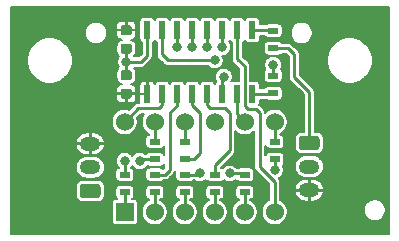
<source format=gbl>
G04 #@! TF.GenerationSoftware,KiCad,Pcbnew,(5.1.6)-1*
G04 #@! TF.CreationDate,2021-03-27T23:13:27-04:00*
G04 #@! TF.ProjectId,tm3130-2481bs,746d3331-3330-42d3-9234-383162732e6b,rev?*
G04 #@! TF.SameCoordinates,Original*
G04 #@! TF.FileFunction,Copper,L2,Bot*
G04 #@! TF.FilePolarity,Positive*
%FSLAX46Y46*%
G04 Gerber Fmt 4.6, Leading zero omitted, Abs format (unit mm)*
G04 Created by KiCad (PCBNEW (5.1.6)-1) date 2021-03-27 23:13:27*
%MOMM*%
%LPD*%
G01*
G04 APERTURE LIST*
G04 #@! TA.AperFunction,ComponentPad*
%ADD10R,1.524000X1.524000*%
G04 #@! TD*
G04 #@! TA.AperFunction,ComponentPad*
%ADD11C,1.524000*%
G04 #@! TD*
G04 #@! TA.AperFunction,SMDPad,CuDef*
%ADD12R,0.900000X0.500000*%
G04 #@! TD*
G04 #@! TA.AperFunction,SMDPad,CuDef*
%ADD13R,0.600000X1.500000*%
G04 #@! TD*
G04 #@! TA.AperFunction,ComponentPad*
%ADD14O,1.750000X1.200000*%
G04 #@! TD*
G04 #@! TA.AperFunction,ViaPad*
%ADD15C,0.800000*%
G04 #@! TD*
G04 #@! TA.AperFunction,Conductor*
%ADD16C,0.250000*%
G04 #@! TD*
G04 #@! TA.AperFunction,Conductor*
%ADD17C,0.203200*%
G04 #@! TD*
G04 APERTURE END LIST*
D10*
X129032000Y-57150000D03*
D11*
X131572000Y-57150000D03*
X134112000Y-57150000D03*
X136652000Y-57150000D03*
X139192000Y-57150000D03*
X141732000Y-57150000D03*
X141732000Y-49530000D03*
X139192000Y-49530000D03*
X136652000Y-49530000D03*
X134112000Y-49530000D03*
X131572000Y-49530000D03*
X129032000Y-49530000D03*
G04 #@! TA.AperFunction,SMDPad,CuDef*
G36*
G01*
X129415250Y-42195000D02*
X128902750Y-42195000D01*
G75*
G02*
X128684000Y-41976250I0J218750D01*
G01*
X128684000Y-41538750D01*
G75*
G02*
X128902750Y-41320000I218750J0D01*
G01*
X129415250Y-41320000D01*
G75*
G02*
X129634000Y-41538750I0J-218750D01*
G01*
X129634000Y-41976250D01*
G75*
G02*
X129415250Y-42195000I-218750J0D01*
G01*
G37*
G04 #@! TD.AperFunction*
G04 #@! TA.AperFunction,SMDPad,CuDef*
G36*
G01*
X129415250Y-43770000D02*
X128902750Y-43770000D01*
G75*
G02*
X128684000Y-43551250I0J218750D01*
G01*
X128684000Y-43113750D01*
G75*
G02*
X128902750Y-42895000I218750J0D01*
G01*
X129415250Y-42895000D01*
G75*
G02*
X129634000Y-43113750I0J-218750D01*
G01*
X129634000Y-43551250D01*
G75*
G02*
X129415250Y-43770000I-218750J0D01*
G01*
G37*
G04 #@! TD.AperFunction*
G04 #@! TA.AperFunction,SMDPad,CuDef*
G36*
G01*
X128902750Y-45130000D02*
X129415250Y-45130000D01*
G75*
G02*
X129634000Y-45348750I0J-218750D01*
G01*
X129634000Y-45786250D01*
G75*
G02*
X129415250Y-46005000I-218750J0D01*
G01*
X128902750Y-46005000D01*
G75*
G02*
X128684000Y-45786250I0J218750D01*
G01*
X128684000Y-45348750D01*
G75*
G02*
X128902750Y-45130000I218750J0D01*
G01*
G37*
G04 #@! TD.AperFunction*
G04 #@! TA.AperFunction,SMDPad,CuDef*
G36*
G01*
X128902750Y-46705000D02*
X129415250Y-46705000D01*
G75*
G02*
X129634000Y-46923750I0J-218750D01*
G01*
X129634000Y-47361250D01*
G75*
G02*
X129415250Y-47580000I-218750J0D01*
G01*
X128902750Y-47580000D01*
G75*
G02*
X128684000Y-47361250I0J218750D01*
G01*
X128684000Y-46923750D01*
G75*
G02*
X128902750Y-46705000I218750J0D01*
G01*
G37*
G04 #@! TD.AperFunction*
D12*
X141605000Y-47105000D03*
X141605000Y-45605000D03*
X141605000Y-41795000D03*
X141605000Y-43295000D03*
D13*
X130937000Y-41750000D03*
X132207000Y-41750000D03*
X133477000Y-41750000D03*
X134747000Y-41750000D03*
X136017000Y-41750000D03*
X137287000Y-41750000D03*
X138557000Y-41750000D03*
X139827000Y-41750000D03*
X139827000Y-47150000D03*
X138557000Y-47150000D03*
X137287000Y-47150000D03*
X136017000Y-47150000D03*
X134747000Y-47150000D03*
X133477000Y-47150000D03*
X132207000Y-47150000D03*
X130937000Y-47150000D03*
G04 #@! TA.AperFunction,ComponentPad*
G36*
G01*
X126736001Y-55972000D02*
X125485999Y-55972000D01*
G75*
G02*
X125236000Y-55722001I0J249999D01*
G01*
X125236000Y-55021999D01*
G75*
G02*
X125485999Y-54772000I249999J0D01*
G01*
X126736001Y-54772000D01*
G75*
G02*
X126986000Y-55021999I0J-249999D01*
G01*
X126986000Y-55722001D01*
G75*
G02*
X126736001Y-55972000I-249999J0D01*
G01*
G37*
G04 #@! TD.AperFunction*
D14*
X126111000Y-53372000D03*
X126111000Y-51372000D03*
X144653000Y-55308000D03*
X144653000Y-53308000D03*
G04 #@! TA.AperFunction,ComponentPad*
G36*
G01*
X144027999Y-50708000D02*
X145278001Y-50708000D01*
G75*
G02*
X145528000Y-50957999I0J-249999D01*
G01*
X145528000Y-51658001D01*
G75*
G02*
X145278001Y-51908000I-249999J0D01*
G01*
X144027999Y-51908000D01*
G75*
G02*
X143778000Y-51658001I0J249999D01*
G01*
X143778000Y-50957999D01*
G75*
G02*
X144027999Y-50708000I249999J0D01*
G01*
G37*
G04 #@! TD.AperFunction*
D12*
X131572000Y-52693000D03*
X131572000Y-51193000D03*
X141732000Y-51193000D03*
X141732000Y-52693000D03*
X136652000Y-53987000D03*
X136652000Y-55487000D03*
X131572000Y-55487000D03*
X131572000Y-53987000D03*
X129032000Y-53987000D03*
X129032000Y-55487000D03*
X134112000Y-51193000D03*
X134112000Y-52693000D03*
X139192000Y-53987000D03*
X139192000Y-55487000D03*
X134112000Y-55487000D03*
X134112000Y-53987000D03*
D15*
X129159000Y-44450000D03*
X136652000Y-44323000D03*
X141605000Y-44704000D03*
X130302000Y-52832000D03*
X134747000Y-43180000D03*
X137287000Y-43180000D03*
X141736653Y-53589347D03*
X129032000Y-52832000D03*
X133477000Y-43180000D03*
X137414000Y-45720000D03*
X137922000Y-53890990D03*
X136017000Y-43180000D03*
X135382000Y-53890990D03*
D16*
X129159000Y-44450000D02*
X129159000Y-43332500D01*
X130429000Y-44450000D02*
X129159000Y-44450000D01*
X130937000Y-43942000D02*
X130429000Y-44450000D01*
X130937000Y-41750000D02*
X130937000Y-43942000D01*
X129159000Y-45567500D02*
X129159000Y-44450000D01*
X141560000Y-47150000D02*
X141605000Y-47105000D01*
X139827000Y-47150000D02*
X141560000Y-47150000D01*
X141560000Y-41750000D02*
X141605000Y-41795000D01*
X139827000Y-41750000D02*
X141560000Y-41750000D01*
X132207000Y-43815000D02*
X132207000Y-41750000D01*
X132715000Y-44323000D02*
X132207000Y-43815000D01*
X136652000Y-44323000D02*
X132715000Y-44323000D01*
X140462000Y-53340000D02*
X141732000Y-54610000D01*
X140462000Y-48768000D02*
X140462000Y-53340000D01*
X141732000Y-54610000D02*
X141732000Y-57150000D01*
X139484997Y-48442999D02*
X140136999Y-48442999D01*
X139192000Y-48150002D02*
X139484997Y-48442999D01*
X138557000Y-44196000D02*
X139192000Y-44831000D01*
X140136999Y-48442999D02*
X140462000Y-48768000D01*
X139192000Y-44831000D02*
X139192000Y-48150002D01*
X138557000Y-41750000D02*
X138557000Y-44196000D01*
X138557000Y-48895000D02*
X139192000Y-49530000D01*
X138557000Y-47150000D02*
X138557000Y-48895000D01*
X129032000Y-49530000D02*
X130175000Y-48387000D01*
X130175000Y-48387000D02*
X131953000Y-48387000D01*
X132207000Y-48133000D02*
X132207000Y-47150000D01*
X131953000Y-48387000D02*
X132207000Y-48133000D01*
X141605000Y-44704000D02*
X141605000Y-45605000D01*
X144653000Y-51308000D02*
X144653000Y-46990000D01*
X144653000Y-46990000D02*
X143383000Y-45720000D01*
X143383000Y-45720000D02*
X143383000Y-43815000D01*
X142863000Y-43295000D02*
X141605000Y-43295000D01*
X143383000Y-43815000D02*
X142863000Y-43295000D01*
X130441000Y-52693000D02*
X130302000Y-52832000D01*
X131572000Y-52693000D02*
X130441000Y-52693000D01*
X134747000Y-43180000D02*
X134747000Y-41750000D01*
X131572000Y-49530000D02*
X131572000Y-51193000D01*
X141732000Y-49530000D02*
X141732000Y-51193000D01*
X137287000Y-41750000D02*
X137287000Y-43180000D01*
X141736653Y-52697653D02*
X141732000Y-52693000D01*
X141736653Y-53589347D02*
X141736653Y-52697653D01*
X136652000Y-53213000D02*
X136652000Y-53987000D01*
X137922000Y-51943000D02*
X136652000Y-53213000D01*
X137541000Y-48387000D02*
X137922000Y-48768000D01*
X136271000Y-48387000D02*
X137541000Y-48387000D01*
X137922000Y-48768000D02*
X137922000Y-51943000D01*
X136017000Y-48133000D02*
X136271000Y-48387000D01*
X136017000Y-47150000D02*
X136017000Y-48133000D01*
X136652000Y-57150000D02*
X136652000Y-55487000D01*
X131572000Y-57150000D02*
X131572000Y-55487000D01*
X131572000Y-53987000D02*
X132449000Y-53987000D01*
X132449000Y-53987000D02*
X132842000Y-53594000D01*
X132842000Y-53594000D02*
X132842000Y-48768000D01*
X133477000Y-48133000D02*
X133477000Y-47150000D01*
X132842000Y-48768000D02*
X133477000Y-48133000D01*
X129032000Y-53987000D02*
X129032000Y-52832000D01*
X133477000Y-43180000D02*
X133477000Y-41750000D01*
X129032000Y-57150000D02*
X129032000Y-55487000D01*
X134112000Y-49530000D02*
X134112000Y-51193000D01*
X134112000Y-52693000D02*
X134886000Y-52693000D01*
X134886000Y-52693000D02*
X135382000Y-52197000D01*
X135382000Y-52197000D02*
X135382000Y-48768000D01*
X134747000Y-48133000D02*
X134747000Y-47150000D01*
X135382000Y-48768000D02*
X134747000Y-48133000D01*
X137287000Y-45847000D02*
X137414000Y-45720000D01*
X137287000Y-47150000D02*
X137287000Y-45847000D01*
X139095990Y-53890990D02*
X137922000Y-53890990D01*
X139192000Y-53987000D02*
X139095990Y-53890990D01*
X139192000Y-57150000D02*
X139192000Y-55487000D01*
X134112000Y-57150000D02*
X134112000Y-55487000D01*
X136017000Y-43180000D02*
X136017000Y-41750000D01*
X135285990Y-53987000D02*
X135382000Y-53890990D01*
X134112000Y-53987000D02*
X135285990Y-53987000D01*
D17*
G36*
X151384420Y-59019400D02*
G01*
X119379600Y-59019400D01*
X119379600Y-56388000D01*
X127912680Y-56388000D01*
X127912680Y-57912000D01*
X127919546Y-57981710D01*
X127939879Y-58048740D01*
X127972899Y-58110516D01*
X128017337Y-58164663D01*
X128071484Y-58209101D01*
X128133260Y-58242121D01*
X128200290Y-58262454D01*
X128270000Y-58269320D01*
X129794000Y-58269320D01*
X129863710Y-58262454D01*
X129930740Y-58242121D01*
X129992516Y-58209101D01*
X130046663Y-58164663D01*
X130091101Y-58110516D01*
X130124121Y-58048740D01*
X130144454Y-57981710D01*
X130151320Y-57912000D01*
X130151320Y-57039926D01*
X130454400Y-57039926D01*
X130454400Y-57260074D01*
X130497348Y-57475992D01*
X130581595Y-57679382D01*
X130703903Y-57862429D01*
X130859571Y-58018097D01*
X131042618Y-58140405D01*
X131246008Y-58224652D01*
X131461926Y-58267600D01*
X131682074Y-58267600D01*
X131897992Y-58224652D01*
X132101382Y-58140405D01*
X132284429Y-58018097D01*
X132440097Y-57862429D01*
X132562405Y-57679382D01*
X132646652Y-57475992D01*
X132689600Y-57260074D01*
X132689600Y-57039926D01*
X132994400Y-57039926D01*
X132994400Y-57260074D01*
X133037348Y-57475992D01*
X133121595Y-57679382D01*
X133243903Y-57862429D01*
X133399571Y-58018097D01*
X133582618Y-58140405D01*
X133786008Y-58224652D01*
X134001926Y-58267600D01*
X134222074Y-58267600D01*
X134437992Y-58224652D01*
X134641382Y-58140405D01*
X134824429Y-58018097D01*
X134980097Y-57862429D01*
X135102405Y-57679382D01*
X135186652Y-57475992D01*
X135229600Y-57260074D01*
X135229600Y-57039926D01*
X135534400Y-57039926D01*
X135534400Y-57260074D01*
X135577348Y-57475992D01*
X135661595Y-57679382D01*
X135783903Y-57862429D01*
X135939571Y-58018097D01*
X136122618Y-58140405D01*
X136326008Y-58224652D01*
X136541926Y-58267600D01*
X136762074Y-58267600D01*
X136977992Y-58224652D01*
X137181382Y-58140405D01*
X137364429Y-58018097D01*
X137520097Y-57862429D01*
X137642405Y-57679382D01*
X137726652Y-57475992D01*
X137769600Y-57260074D01*
X137769600Y-57039926D01*
X138074400Y-57039926D01*
X138074400Y-57260074D01*
X138117348Y-57475992D01*
X138201595Y-57679382D01*
X138323903Y-57862429D01*
X138479571Y-58018097D01*
X138662618Y-58140405D01*
X138866008Y-58224652D01*
X139081926Y-58267600D01*
X139302074Y-58267600D01*
X139517992Y-58224652D01*
X139721382Y-58140405D01*
X139904429Y-58018097D01*
X140060097Y-57862429D01*
X140182405Y-57679382D01*
X140266652Y-57475992D01*
X140309600Y-57260074D01*
X140309600Y-57039926D01*
X140266652Y-56824008D01*
X140182405Y-56620618D01*
X140060097Y-56437571D01*
X139904429Y-56281903D01*
X139721382Y-56159595D01*
X139672600Y-56139389D01*
X139672600Y-56091306D01*
X139711710Y-56087454D01*
X139778740Y-56067121D01*
X139840516Y-56034101D01*
X139894663Y-55989663D01*
X139939101Y-55935516D01*
X139972121Y-55873740D01*
X139992454Y-55806710D01*
X139999320Y-55737000D01*
X139999320Y-55237000D01*
X139992454Y-55167290D01*
X139972121Y-55100260D01*
X139939101Y-55038484D01*
X139894663Y-54984337D01*
X139840516Y-54939899D01*
X139778740Y-54906879D01*
X139711710Y-54886546D01*
X139642000Y-54879680D01*
X138742000Y-54879680D01*
X138672290Y-54886546D01*
X138605260Y-54906879D01*
X138543484Y-54939899D01*
X138489337Y-54984337D01*
X138444899Y-55038484D01*
X138411879Y-55100260D01*
X138391546Y-55167290D01*
X138384680Y-55237000D01*
X138384680Y-55737000D01*
X138391546Y-55806710D01*
X138411879Y-55873740D01*
X138444899Y-55935516D01*
X138489337Y-55989663D01*
X138543484Y-56034101D01*
X138605260Y-56067121D01*
X138672290Y-56087454D01*
X138711401Y-56091306D01*
X138711401Y-56139389D01*
X138662618Y-56159595D01*
X138479571Y-56281903D01*
X138323903Y-56437571D01*
X138201595Y-56620618D01*
X138117348Y-56824008D01*
X138074400Y-57039926D01*
X137769600Y-57039926D01*
X137726652Y-56824008D01*
X137642405Y-56620618D01*
X137520097Y-56437571D01*
X137364429Y-56281903D01*
X137181382Y-56159595D01*
X137132600Y-56139389D01*
X137132600Y-56091306D01*
X137171710Y-56087454D01*
X137238740Y-56067121D01*
X137300516Y-56034101D01*
X137354663Y-55989663D01*
X137399101Y-55935516D01*
X137432121Y-55873740D01*
X137452454Y-55806710D01*
X137459320Y-55737000D01*
X137459320Y-55237000D01*
X137452454Y-55167290D01*
X137432121Y-55100260D01*
X137399101Y-55038484D01*
X137354663Y-54984337D01*
X137300516Y-54939899D01*
X137238740Y-54906879D01*
X137171710Y-54886546D01*
X137102000Y-54879680D01*
X136202000Y-54879680D01*
X136132290Y-54886546D01*
X136065260Y-54906879D01*
X136003484Y-54939899D01*
X135949337Y-54984337D01*
X135904899Y-55038484D01*
X135871879Y-55100260D01*
X135851546Y-55167290D01*
X135844680Y-55237000D01*
X135844680Y-55737000D01*
X135851546Y-55806710D01*
X135871879Y-55873740D01*
X135904899Y-55935516D01*
X135949337Y-55989663D01*
X136003484Y-56034101D01*
X136065260Y-56067121D01*
X136132290Y-56087454D01*
X136171401Y-56091306D01*
X136171401Y-56139389D01*
X136122618Y-56159595D01*
X135939571Y-56281903D01*
X135783903Y-56437571D01*
X135661595Y-56620618D01*
X135577348Y-56824008D01*
X135534400Y-57039926D01*
X135229600Y-57039926D01*
X135186652Y-56824008D01*
X135102405Y-56620618D01*
X134980097Y-56437571D01*
X134824429Y-56281903D01*
X134641382Y-56159595D01*
X134592600Y-56139389D01*
X134592600Y-56091306D01*
X134631710Y-56087454D01*
X134698740Y-56067121D01*
X134760516Y-56034101D01*
X134814663Y-55989663D01*
X134859101Y-55935516D01*
X134892121Y-55873740D01*
X134912454Y-55806710D01*
X134919320Y-55737000D01*
X134919320Y-55237000D01*
X134912454Y-55167290D01*
X134892121Y-55100260D01*
X134859101Y-55038484D01*
X134814663Y-54984337D01*
X134760516Y-54939899D01*
X134698740Y-54906879D01*
X134631710Y-54886546D01*
X134562000Y-54879680D01*
X133662000Y-54879680D01*
X133592290Y-54886546D01*
X133525260Y-54906879D01*
X133463484Y-54939899D01*
X133409337Y-54984337D01*
X133364899Y-55038484D01*
X133331879Y-55100260D01*
X133311546Y-55167290D01*
X133304680Y-55237000D01*
X133304680Y-55737000D01*
X133311546Y-55806710D01*
X133331879Y-55873740D01*
X133364899Y-55935516D01*
X133409337Y-55989663D01*
X133463484Y-56034101D01*
X133525260Y-56067121D01*
X133592290Y-56087454D01*
X133631401Y-56091306D01*
X133631401Y-56139389D01*
X133582618Y-56159595D01*
X133399571Y-56281903D01*
X133243903Y-56437571D01*
X133121595Y-56620618D01*
X133037348Y-56824008D01*
X132994400Y-57039926D01*
X132689600Y-57039926D01*
X132646652Y-56824008D01*
X132562405Y-56620618D01*
X132440097Y-56437571D01*
X132284429Y-56281903D01*
X132101382Y-56159595D01*
X132052600Y-56139389D01*
X132052600Y-56091306D01*
X132091710Y-56087454D01*
X132158740Y-56067121D01*
X132220516Y-56034101D01*
X132274663Y-55989663D01*
X132319101Y-55935516D01*
X132352121Y-55873740D01*
X132372454Y-55806710D01*
X132379320Y-55737000D01*
X132379320Y-55237000D01*
X132372454Y-55167290D01*
X132352121Y-55100260D01*
X132319101Y-55038484D01*
X132274663Y-54984337D01*
X132220516Y-54939899D01*
X132158740Y-54906879D01*
X132091710Y-54886546D01*
X132022000Y-54879680D01*
X131122000Y-54879680D01*
X131052290Y-54886546D01*
X130985260Y-54906879D01*
X130923484Y-54939899D01*
X130869337Y-54984337D01*
X130824899Y-55038484D01*
X130791879Y-55100260D01*
X130771546Y-55167290D01*
X130764680Y-55237000D01*
X130764680Y-55737000D01*
X130771546Y-55806710D01*
X130791879Y-55873740D01*
X130824899Y-55935516D01*
X130869337Y-55989663D01*
X130923484Y-56034101D01*
X130985260Y-56067121D01*
X131052290Y-56087454D01*
X131091401Y-56091306D01*
X131091401Y-56139389D01*
X131042618Y-56159595D01*
X130859571Y-56281903D01*
X130703903Y-56437571D01*
X130581595Y-56620618D01*
X130497348Y-56824008D01*
X130454400Y-57039926D01*
X130151320Y-57039926D01*
X130151320Y-56388000D01*
X130144454Y-56318290D01*
X130124121Y-56251260D01*
X130091101Y-56189484D01*
X130046663Y-56135337D01*
X129992516Y-56090899D01*
X129930740Y-56057879D01*
X129863710Y-56037546D01*
X129794000Y-56030680D01*
X129684684Y-56030680D01*
X129734663Y-55989663D01*
X129779101Y-55935516D01*
X129812121Y-55873740D01*
X129832454Y-55806710D01*
X129839320Y-55737000D01*
X129839320Y-55237000D01*
X129832454Y-55167290D01*
X129812121Y-55100260D01*
X129779101Y-55038484D01*
X129734663Y-54984337D01*
X129680516Y-54939899D01*
X129618740Y-54906879D01*
X129551710Y-54886546D01*
X129482000Y-54879680D01*
X128582000Y-54879680D01*
X128512290Y-54886546D01*
X128445260Y-54906879D01*
X128383484Y-54939899D01*
X128329337Y-54984337D01*
X128284899Y-55038484D01*
X128251879Y-55100260D01*
X128231546Y-55167290D01*
X128224680Y-55237000D01*
X128224680Y-55737000D01*
X128231546Y-55806710D01*
X128251879Y-55873740D01*
X128284899Y-55935516D01*
X128329337Y-55989663D01*
X128379316Y-56030680D01*
X128270000Y-56030680D01*
X128200290Y-56037546D01*
X128133260Y-56057879D01*
X128071484Y-56090899D01*
X128017337Y-56135337D01*
X127972899Y-56189484D01*
X127939879Y-56251260D01*
X127919546Y-56318290D01*
X127912680Y-56388000D01*
X119379600Y-56388000D01*
X119379600Y-55021999D01*
X124878680Y-55021999D01*
X124878680Y-55722001D01*
X124890349Y-55840483D01*
X124924909Y-55954412D01*
X124981032Y-56059409D01*
X125056560Y-56151440D01*
X125148591Y-56226968D01*
X125253588Y-56283091D01*
X125367517Y-56317651D01*
X125485999Y-56329320D01*
X126736001Y-56329320D01*
X126854483Y-56317651D01*
X126968412Y-56283091D01*
X127073409Y-56226968D01*
X127165440Y-56151440D01*
X127240968Y-56059409D01*
X127297091Y-55954412D01*
X127331651Y-55840483D01*
X127343320Y-55722001D01*
X127343320Y-55021999D01*
X127331651Y-54903517D01*
X127297091Y-54789588D01*
X127240968Y-54684591D01*
X127165440Y-54592560D01*
X127073409Y-54517032D01*
X126968412Y-54460909D01*
X126854483Y-54426349D01*
X126736001Y-54414680D01*
X125485999Y-54414680D01*
X125367517Y-54426349D01*
X125253588Y-54460909D01*
X125148591Y-54517032D01*
X125056560Y-54592560D01*
X124981032Y-54684591D01*
X124924909Y-54789588D01*
X124890349Y-54903517D01*
X124878680Y-55021999D01*
X119379600Y-55021999D01*
X119379600Y-53372000D01*
X124875777Y-53372000D01*
X124894227Y-53559330D01*
X124948870Y-53739461D01*
X125037604Y-53905471D01*
X125157020Y-54050980D01*
X125302529Y-54170396D01*
X125468539Y-54259130D01*
X125648670Y-54313773D01*
X125789061Y-54327600D01*
X126432939Y-54327600D01*
X126573330Y-54313773D01*
X126753461Y-54259130D01*
X126919471Y-54170396D01*
X127064980Y-54050980D01*
X127184396Y-53905471D01*
X127273130Y-53739461D01*
X127327773Y-53559330D01*
X127346223Y-53372000D01*
X127327773Y-53184670D01*
X127273130Y-53004539D01*
X127184396Y-52838529D01*
X127064980Y-52693020D01*
X126919471Y-52573604D01*
X126753461Y-52484870D01*
X126573330Y-52430227D01*
X126432939Y-52416400D01*
X125789061Y-52416400D01*
X125648670Y-52430227D01*
X125468539Y-52484870D01*
X125302529Y-52573604D01*
X125157020Y-52693020D01*
X125037604Y-52838529D01*
X124948870Y-53004539D01*
X124894227Y-53184670D01*
X124875777Y-53372000D01*
X119379600Y-53372000D01*
X119379600Y-51546523D01*
X124896472Y-51546523D01*
X124943420Y-51714226D01*
X125027336Y-51881784D01*
X125142328Y-52029751D01*
X125283978Y-52152441D01*
X125446841Y-52245139D01*
X125624660Y-52304283D01*
X125810600Y-52327600D01*
X126085600Y-52327600D01*
X126085600Y-51397400D01*
X126136400Y-51397400D01*
X126136400Y-52327600D01*
X126411400Y-52327600D01*
X126597340Y-52304283D01*
X126775159Y-52245139D01*
X126938022Y-52152441D01*
X127079672Y-52029751D01*
X127194664Y-51881784D01*
X127278580Y-51714226D01*
X127325528Y-51546523D01*
X127252328Y-51397400D01*
X126136400Y-51397400D01*
X126085600Y-51397400D01*
X124969672Y-51397400D01*
X124896472Y-51546523D01*
X119379600Y-51546523D01*
X119379600Y-51197477D01*
X124896472Y-51197477D01*
X124969672Y-51346600D01*
X126085600Y-51346600D01*
X126085600Y-50416400D01*
X126136400Y-50416400D01*
X126136400Y-51346600D01*
X127252328Y-51346600D01*
X127325528Y-51197477D01*
X127278580Y-51029774D01*
X127194664Y-50862216D01*
X127079672Y-50714249D01*
X126938022Y-50591559D01*
X126775159Y-50498861D01*
X126597340Y-50439717D01*
X126411400Y-50416400D01*
X126136400Y-50416400D01*
X126085600Y-50416400D01*
X125810600Y-50416400D01*
X125624660Y-50439717D01*
X125446841Y-50498861D01*
X125283978Y-50591559D01*
X125142328Y-50714249D01*
X125027336Y-50862216D01*
X124943420Y-51029774D01*
X124896472Y-51197477D01*
X119379600Y-51197477D01*
X119379600Y-49419926D01*
X127914400Y-49419926D01*
X127914400Y-49640074D01*
X127957348Y-49855992D01*
X128041595Y-50059382D01*
X128163903Y-50242429D01*
X128319571Y-50398097D01*
X128502618Y-50520405D01*
X128706008Y-50604652D01*
X128921926Y-50647600D01*
X129142074Y-50647600D01*
X129357992Y-50604652D01*
X129561382Y-50520405D01*
X129744429Y-50398097D01*
X129900097Y-50242429D01*
X130022405Y-50059382D01*
X130106652Y-49855992D01*
X130149600Y-49640074D01*
X130149600Y-49419926D01*
X130106652Y-49204008D01*
X130086445Y-49155225D01*
X130374071Y-48867600D01*
X130670475Y-48867600D01*
X130581595Y-49000618D01*
X130497348Y-49204008D01*
X130454400Y-49419926D01*
X130454400Y-49640074D01*
X130497348Y-49855992D01*
X130581595Y-50059382D01*
X130703903Y-50242429D01*
X130859571Y-50398097D01*
X131042618Y-50520405D01*
X131091401Y-50540611D01*
X131091401Y-50588694D01*
X131052290Y-50592546D01*
X130985260Y-50612879D01*
X130923484Y-50645899D01*
X130869337Y-50690337D01*
X130824899Y-50744484D01*
X130791879Y-50806260D01*
X130771546Y-50873290D01*
X130764680Y-50943000D01*
X130764680Y-51443000D01*
X130771546Y-51512710D01*
X130791879Y-51579740D01*
X130824899Y-51641516D01*
X130869337Y-51695663D01*
X130923484Y-51740101D01*
X130985260Y-51773121D01*
X131052290Y-51793454D01*
X131122000Y-51800320D01*
X132022000Y-51800320D01*
X132091710Y-51793454D01*
X132158740Y-51773121D01*
X132220516Y-51740101D01*
X132274663Y-51695663D01*
X132319101Y-51641516D01*
X132352121Y-51579740D01*
X132361400Y-51549151D01*
X132361400Y-52336849D01*
X132352121Y-52306260D01*
X132319101Y-52244484D01*
X132274663Y-52190337D01*
X132220516Y-52145899D01*
X132158740Y-52112879D01*
X132091710Y-52092546D01*
X132022000Y-52085680D01*
X131122000Y-52085680D01*
X131052290Y-52092546D01*
X130985260Y-52112879D01*
X130923484Y-52145899D01*
X130869337Y-52190337D01*
X130851230Y-52212400D01*
X130734747Y-52212400D01*
X130659911Y-52162396D01*
X130522400Y-52105437D01*
X130376420Y-52076400D01*
X130227580Y-52076400D01*
X130081600Y-52105437D01*
X129944089Y-52162396D01*
X129820333Y-52245087D01*
X129715087Y-52350333D01*
X129667000Y-52422300D01*
X129618913Y-52350333D01*
X129513667Y-52245087D01*
X129389911Y-52162396D01*
X129252400Y-52105437D01*
X129106420Y-52076400D01*
X128957580Y-52076400D01*
X128811600Y-52105437D01*
X128674089Y-52162396D01*
X128550333Y-52245087D01*
X128445087Y-52350333D01*
X128362396Y-52474089D01*
X128305437Y-52611600D01*
X128276400Y-52757580D01*
X128276400Y-52906420D01*
X128305437Y-53052400D01*
X128362396Y-53189911D01*
X128445087Y-53313667D01*
X128517457Y-53386037D01*
X128512290Y-53386546D01*
X128445260Y-53406879D01*
X128383484Y-53439899D01*
X128329337Y-53484337D01*
X128284899Y-53538484D01*
X128251879Y-53600260D01*
X128231546Y-53667290D01*
X128224680Y-53737000D01*
X128224680Y-54237000D01*
X128231546Y-54306710D01*
X128251879Y-54373740D01*
X128284899Y-54435516D01*
X128329337Y-54489663D01*
X128383484Y-54534101D01*
X128445260Y-54567121D01*
X128512290Y-54587454D01*
X128582000Y-54594320D01*
X129482000Y-54594320D01*
X129551710Y-54587454D01*
X129618740Y-54567121D01*
X129680516Y-54534101D01*
X129734663Y-54489663D01*
X129779101Y-54435516D01*
X129812121Y-54373740D01*
X129832454Y-54306710D01*
X129839320Y-54237000D01*
X129839320Y-53737000D01*
X129832454Y-53667290D01*
X129812121Y-53600260D01*
X129779101Y-53538484D01*
X129734663Y-53484337D01*
X129680516Y-53439899D01*
X129618740Y-53406879D01*
X129551710Y-53386546D01*
X129546543Y-53386037D01*
X129618913Y-53313667D01*
X129667000Y-53241700D01*
X129715087Y-53313667D01*
X129820333Y-53418913D01*
X129944089Y-53501604D01*
X130081600Y-53558563D01*
X130227580Y-53587600D01*
X130376420Y-53587600D01*
X130522400Y-53558563D01*
X130659911Y-53501604D01*
X130783667Y-53418913D01*
X130888913Y-53313667D01*
X130934230Y-53245845D01*
X130985260Y-53273121D01*
X131052290Y-53293454D01*
X131122000Y-53300320D01*
X132022000Y-53300320D01*
X132091710Y-53293454D01*
X132158740Y-53273121D01*
X132220516Y-53240101D01*
X132274663Y-53195663D01*
X132319101Y-53141516D01*
X132352121Y-53079740D01*
X132361400Y-53049151D01*
X132361400Y-53394929D01*
X132273196Y-53483133D01*
X132220516Y-53439899D01*
X132158740Y-53406879D01*
X132091710Y-53386546D01*
X132022000Y-53379680D01*
X131122000Y-53379680D01*
X131052290Y-53386546D01*
X130985260Y-53406879D01*
X130923484Y-53439899D01*
X130869337Y-53484337D01*
X130824899Y-53538484D01*
X130791879Y-53600260D01*
X130771546Y-53667290D01*
X130764680Y-53737000D01*
X130764680Y-54237000D01*
X130771546Y-54306710D01*
X130791879Y-54373740D01*
X130824899Y-54435516D01*
X130869337Y-54489663D01*
X130923484Y-54534101D01*
X130985260Y-54567121D01*
X131052290Y-54587454D01*
X131122000Y-54594320D01*
X132022000Y-54594320D01*
X132091710Y-54587454D01*
X132158740Y-54567121D01*
X132220516Y-54534101D01*
X132274663Y-54489663D01*
X132292770Y-54467600D01*
X132425396Y-54467600D01*
X132449000Y-54469925D01*
X132472604Y-54467600D01*
X132472607Y-54467600D01*
X132543214Y-54460646D01*
X132633807Y-54433165D01*
X132717299Y-54388537D01*
X132790480Y-54328480D01*
X132805535Y-54310135D01*
X133165140Y-53950531D01*
X133183480Y-53935480D01*
X133243537Y-53862299D01*
X133288165Y-53778807D01*
X133306523Y-53718289D01*
X133304680Y-53737000D01*
X133304680Y-54237000D01*
X133311546Y-54306710D01*
X133331879Y-54373740D01*
X133364899Y-54435516D01*
X133409337Y-54489663D01*
X133463484Y-54534101D01*
X133525260Y-54567121D01*
X133592290Y-54587454D01*
X133662000Y-54594320D01*
X134562000Y-54594320D01*
X134631710Y-54587454D01*
X134698740Y-54567121D01*
X134760516Y-54534101D01*
X134814663Y-54489663D01*
X134832770Y-54467600D01*
X134890030Y-54467600D01*
X134900333Y-54477903D01*
X135024089Y-54560594D01*
X135161600Y-54617553D01*
X135307580Y-54646590D01*
X135456420Y-54646590D01*
X135602400Y-54617553D01*
X135739911Y-54560594D01*
X135863667Y-54477903D01*
X135905420Y-54436150D01*
X135949337Y-54489663D01*
X136003484Y-54534101D01*
X136065260Y-54567121D01*
X136132290Y-54587454D01*
X136202000Y-54594320D01*
X137102000Y-54594320D01*
X137171710Y-54587454D01*
X137238740Y-54567121D01*
X137300516Y-54534101D01*
X137354663Y-54489663D01*
X137398580Y-54436150D01*
X137440333Y-54477903D01*
X137564089Y-54560594D01*
X137701600Y-54617553D01*
X137847580Y-54646590D01*
X137996420Y-54646590D01*
X138142400Y-54617553D01*
X138279911Y-54560594D01*
X138403667Y-54477903D01*
X138445420Y-54436150D01*
X138489337Y-54489663D01*
X138543484Y-54534101D01*
X138605260Y-54567121D01*
X138672290Y-54587454D01*
X138742000Y-54594320D01*
X139642000Y-54594320D01*
X139711710Y-54587454D01*
X139778740Y-54567121D01*
X139840516Y-54534101D01*
X139894663Y-54489663D01*
X139939101Y-54435516D01*
X139972121Y-54373740D01*
X139992454Y-54306710D01*
X139999320Y-54237000D01*
X139999320Y-53737000D01*
X139992454Y-53667290D01*
X139972121Y-53600260D01*
X139939101Y-53538484D01*
X139894663Y-53484337D01*
X139840516Y-53439899D01*
X139778740Y-53406879D01*
X139711710Y-53386546D01*
X139642000Y-53379680D01*
X138742000Y-53379680D01*
X138672290Y-53386546D01*
X138605260Y-53406879D01*
X138598691Y-53410390D01*
X138509626Y-53410390D01*
X138508913Y-53409323D01*
X138403667Y-53304077D01*
X138279911Y-53221386D01*
X138142400Y-53164427D01*
X137996420Y-53135390D01*
X137847580Y-53135390D01*
X137701600Y-53164427D01*
X137564089Y-53221386D01*
X137440333Y-53304077D01*
X137335087Y-53409323D01*
X137309649Y-53447394D01*
X137300516Y-53439899D01*
X137238740Y-53406879D01*
X137171710Y-53386546D01*
X137159342Y-53385328D01*
X138245145Y-52299527D01*
X138263480Y-52284480D01*
X138279204Y-52265320D01*
X138323537Y-52211300D01*
X138368164Y-52127809D01*
X138372693Y-52112879D01*
X138395646Y-52037214D01*
X138402600Y-51966607D01*
X138402600Y-51966605D01*
X138404925Y-51943001D01*
X138402600Y-51919397D01*
X138402600Y-50321126D01*
X138479571Y-50398097D01*
X138662618Y-50520405D01*
X138866008Y-50604652D01*
X139081926Y-50647600D01*
X139302074Y-50647600D01*
X139517992Y-50604652D01*
X139721382Y-50520405D01*
X139904429Y-50398097D01*
X139981400Y-50321126D01*
X139981401Y-53316386D01*
X139979075Y-53340000D01*
X139988355Y-53434213D01*
X140015836Y-53524808D01*
X140056167Y-53600260D01*
X140060464Y-53608299D01*
X140120521Y-53681480D01*
X140138861Y-53696531D01*
X141251400Y-54809072D01*
X141251401Y-56139389D01*
X141202618Y-56159595D01*
X141019571Y-56281903D01*
X140863903Y-56437571D01*
X140741595Y-56620618D01*
X140657348Y-56824008D01*
X140614400Y-57039926D01*
X140614400Y-57260074D01*
X140657348Y-57475992D01*
X140741595Y-57679382D01*
X140863903Y-57862429D01*
X141019571Y-58018097D01*
X141202618Y-58140405D01*
X141406008Y-58224652D01*
X141621926Y-58267600D01*
X141842074Y-58267600D01*
X142057992Y-58224652D01*
X142261382Y-58140405D01*
X142444429Y-58018097D01*
X142600097Y-57862429D01*
X142722405Y-57679382D01*
X142806652Y-57475992D01*
X142849600Y-57260074D01*
X142849600Y-57039926D01*
X142823408Y-56908245D01*
X149268400Y-56908245D01*
X149268400Y-57091755D01*
X149304200Y-57271738D01*
X149374426Y-57441278D01*
X149476379Y-57593861D01*
X149606139Y-57723621D01*
X149758722Y-57825574D01*
X149928262Y-57895800D01*
X150108245Y-57931600D01*
X150291755Y-57931600D01*
X150471738Y-57895800D01*
X150641278Y-57825574D01*
X150793861Y-57723621D01*
X150923621Y-57593861D01*
X151025574Y-57441278D01*
X151095800Y-57271738D01*
X151131600Y-57091755D01*
X151131600Y-56908245D01*
X151095800Y-56728262D01*
X151025574Y-56558722D01*
X150923621Y-56406139D01*
X150793861Y-56276379D01*
X150641278Y-56174426D01*
X150471738Y-56104200D01*
X150291755Y-56068400D01*
X150108245Y-56068400D01*
X149928262Y-56104200D01*
X149758722Y-56174426D01*
X149606139Y-56276379D01*
X149476379Y-56406139D01*
X149374426Y-56558722D01*
X149304200Y-56728262D01*
X149268400Y-56908245D01*
X142823408Y-56908245D01*
X142806652Y-56824008D01*
X142722405Y-56620618D01*
X142600097Y-56437571D01*
X142444429Y-56281903D01*
X142261382Y-56159595D01*
X142212600Y-56139389D01*
X142212600Y-55482523D01*
X143438472Y-55482523D01*
X143485420Y-55650226D01*
X143569336Y-55817784D01*
X143684328Y-55965751D01*
X143825978Y-56088441D01*
X143988841Y-56181139D01*
X144166660Y-56240283D01*
X144352600Y-56263600D01*
X144627600Y-56263600D01*
X144627600Y-55333400D01*
X144678400Y-55333400D01*
X144678400Y-56263600D01*
X144953400Y-56263600D01*
X145139340Y-56240283D01*
X145317159Y-56181139D01*
X145480022Y-56088441D01*
X145621672Y-55965751D01*
X145736664Y-55817784D01*
X145820580Y-55650226D01*
X145867528Y-55482523D01*
X145794328Y-55333400D01*
X144678400Y-55333400D01*
X144627600Y-55333400D01*
X143511672Y-55333400D01*
X143438472Y-55482523D01*
X142212600Y-55482523D01*
X142212600Y-55133477D01*
X143438472Y-55133477D01*
X143511672Y-55282600D01*
X144627600Y-55282600D01*
X144627600Y-54352400D01*
X144678400Y-54352400D01*
X144678400Y-55282600D01*
X145794328Y-55282600D01*
X145867528Y-55133477D01*
X145820580Y-54965774D01*
X145736664Y-54798216D01*
X145621672Y-54650249D01*
X145480022Y-54527559D01*
X145317159Y-54434861D01*
X145139340Y-54375717D01*
X144953400Y-54352400D01*
X144678400Y-54352400D01*
X144627600Y-54352400D01*
X144352600Y-54352400D01*
X144166660Y-54375717D01*
X143988841Y-54434861D01*
X143825978Y-54527559D01*
X143684328Y-54650249D01*
X143569336Y-54798216D01*
X143485420Y-54965774D01*
X143438472Y-55133477D01*
X142212600Y-55133477D01*
X142212600Y-54633603D01*
X142214925Y-54609999D01*
X142210059Y-54560594D01*
X142205646Y-54515786D01*
X142178165Y-54425193D01*
X142158572Y-54388537D01*
X142133537Y-54341700D01*
X142088528Y-54286856D01*
X142088526Y-54286854D01*
X142073480Y-54268520D01*
X142072803Y-54267965D01*
X142094564Y-54258951D01*
X142218320Y-54176260D01*
X142323566Y-54071014D01*
X142406257Y-53947258D01*
X142463216Y-53809747D01*
X142492253Y-53663767D01*
X142492253Y-53514927D01*
X142463216Y-53368947D01*
X142437971Y-53308000D01*
X143417777Y-53308000D01*
X143436227Y-53495330D01*
X143490870Y-53675461D01*
X143579604Y-53841471D01*
X143699020Y-53986980D01*
X143844529Y-54106396D01*
X144010539Y-54195130D01*
X144190670Y-54249773D01*
X144331061Y-54263600D01*
X144974939Y-54263600D01*
X145115330Y-54249773D01*
X145295461Y-54195130D01*
X145461471Y-54106396D01*
X145606980Y-53986980D01*
X145726396Y-53841471D01*
X145815130Y-53675461D01*
X145869773Y-53495330D01*
X145888223Y-53308000D01*
X145869773Y-53120670D01*
X145815130Y-52940539D01*
X145726396Y-52774529D01*
X145606980Y-52629020D01*
X145461471Y-52509604D01*
X145295461Y-52420870D01*
X145115330Y-52366227D01*
X144974939Y-52352400D01*
X144331061Y-52352400D01*
X144190670Y-52366227D01*
X144010539Y-52420870D01*
X143844529Y-52509604D01*
X143699020Y-52629020D01*
X143579604Y-52774529D01*
X143490870Y-52940539D01*
X143436227Y-53120670D01*
X143417777Y-53308000D01*
X142437971Y-53308000D01*
X142406257Y-53231436D01*
X142400880Y-53223389D01*
X142434663Y-53195663D01*
X142479101Y-53141516D01*
X142512121Y-53079740D01*
X142532454Y-53012710D01*
X142539320Y-52943000D01*
X142539320Y-52443000D01*
X142532454Y-52373290D01*
X142512121Y-52306260D01*
X142479101Y-52244484D01*
X142434663Y-52190337D01*
X142380516Y-52145899D01*
X142318740Y-52112879D01*
X142251710Y-52092546D01*
X142182000Y-52085680D01*
X141282000Y-52085680D01*
X141212290Y-52092546D01*
X141145260Y-52112879D01*
X141083484Y-52145899D01*
X141029337Y-52190337D01*
X140984899Y-52244484D01*
X140951879Y-52306260D01*
X140942600Y-52336849D01*
X140942600Y-51549151D01*
X140951879Y-51579740D01*
X140984899Y-51641516D01*
X141029337Y-51695663D01*
X141083484Y-51740101D01*
X141145260Y-51773121D01*
X141212290Y-51793454D01*
X141282000Y-51800320D01*
X142182000Y-51800320D01*
X142251710Y-51793454D01*
X142318740Y-51773121D01*
X142380516Y-51740101D01*
X142434663Y-51695663D01*
X142479101Y-51641516D01*
X142512121Y-51579740D01*
X142532454Y-51512710D01*
X142539320Y-51443000D01*
X142539320Y-50943000D01*
X142532454Y-50873290D01*
X142512121Y-50806260D01*
X142479101Y-50744484D01*
X142434663Y-50690337D01*
X142380516Y-50645899D01*
X142318740Y-50612879D01*
X142251710Y-50592546D01*
X142212600Y-50588694D01*
X142212600Y-50540611D01*
X142261382Y-50520405D01*
X142444429Y-50398097D01*
X142600097Y-50242429D01*
X142722405Y-50059382D01*
X142806652Y-49855992D01*
X142849600Y-49640074D01*
X142849600Y-49419926D01*
X142806652Y-49204008D01*
X142722405Y-49000618D01*
X142600097Y-48817571D01*
X142444429Y-48661903D01*
X142261382Y-48539595D01*
X142057992Y-48455348D01*
X141842074Y-48412400D01*
X141621926Y-48412400D01*
X141406008Y-48455348D01*
X141202618Y-48539595D01*
X141019571Y-48661903D01*
X140942105Y-48739369D01*
X140935646Y-48673786D01*
X140908165Y-48583193D01*
X140863537Y-48499701D01*
X140803480Y-48426520D01*
X140785140Y-48411469D01*
X140493534Y-48119864D01*
X140478479Y-48101519D01*
X140439565Y-48069584D01*
X140457121Y-48036740D01*
X140477454Y-47969710D01*
X140484320Y-47900000D01*
X140484320Y-47630600D01*
X140930285Y-47630600D01*
X140956484Y-47652101D01*
X141018260Y-47685121D01*
X141085290Y-47705454D01*
X141155000Y-47712320D01*
X142055000Y-47712320D01*
X142124710Y-47705454D01*
X142191740Y-47685121D01*
X142253516Y-47652101D01*
X142307663Y-47607663D01*
X142352101Y-47553516D01*
X142385121Y-47491740D01*
X142405454Y-47424710D01*
X142412320Y-47355000D01*
X142412320Y-46855000D01*
X142405454Y-46785290D01*
X142385121Y-46718260D01*
X142352101Y-46656484D01*
X142307663Y-46602337D01*
X142253516Y-46557899D01*
X142191740Y-46524879D01*
X142124710Y-46504546D01*
X142055000Y-46497680D01*
X141155000Y-46497680D01*
X141085290Y-46504546D01*
X141018260Y-46524879D01*
X140956484Y-46557899D01*
X140902337Y-46602337D01*
X140857899Y-46656484D01*
X140850995Y-46669400D01*
X140484320Y-46669400D01*
X140484320Y-46400000D01*
X140477454Y-46330290D01*
X140457121Y-46263260D01*
X140424101Y-46201484D01*
X140379663Y-46147337D01*
X140325516Y-46102899D01*
X140263740Y-46069879D01*
X140196710Y-46049546D01*
X140127000Y-46042680D01*
X139672600Y-46042680D01*
X139672600Y-45355000D01*
X140797680Y-45355000D01*
X140797680Y-45855000D01*
X140804546Y-45924710D01*
X140824879Y-45991740D01*
X140857899Y-46053516D01*
X140902337Y-46107663D01*
X140956484Y-46152101D01*
X141018260Y-46185121D01*
X141085290Y-46205454D01*
X141155000Y-46212320D01*
X142055000Y-46212320D01*
X142124710Y-46205454D01*
X142191740Y-46185121D01*
X142253516Y-46152101D01*
X142307663Y-46107663D01*
X142352101Y-46053516D01*
X142385121Y-45991740D01*
X142405454Y-45924710D01*
X142412320Y-45855000D01*
X142412320Y-45355000D01*
X142405454Y-45285290D01*
X142385121Y-45218260D01*
X142352101Y-45156484D01*
X142307663Y-45102337D01*
X142268867Y-45070497D01*
X142274604Y-45061911D01*
X142331563Y-44924400D01*
X142360600Y-44778420D01*
X142360600Y-44629580D01*
X142331563Y-44483600D01*
X142274604Y-44346089D01*
X142191913Y-44222333D01*
X142086667Y-44117087D01*
X141962911Y-44034396D01*
X141825400Y-43977437D01*
X141679420Y-43948400D01*
X141530580Y-43948400D01*
X141384600Y-43977437D01*
X141247089Y-44034396D01*
X141123333Y-44117087D01*
X141018087Y-44222333D01*
X140935396Y-44346089D01*
X140878437Y-44483600D01*
X140849400Y-44629580D01*
X140849400Y-44778420D01*
X140878437Y-44924400D01*
X140935396Y-45061911D01*
X140941133Y-45070497D01*
X140902337Y-45102337D01*
X140857899Y-45156484D01*
X140824879Y-45218260D01*
X140804546Y-45285290D01*
X140797680Y-45355000D01*
X139672600Y-45355000D01*
X139672600Y-44854604D01*
X139674925Y-44831000D01*
X139672455Y-44805925D01*
X139665646Y-44736786D01*
X139638165Y-44646193D01*
X139593537Y-44562701D01*
X139533480Y-44489520D01*
X139515140Y-44474469D01*
X139037600Y-43996930D01*
X139037600Y-43045000D01*
X140797680Y-43045000D01*
X140797680Y-43545000D01*
X140804546Y-43614710D01*
X140824879Y-43681740D01*
X140857899Y-43743516D01*
X140902337Y-43797663D01*
X140956484Y-43842101D01*
X141018260Y-43875121D01*
X141085290Y-43895454D01*
X141155000Y-43902320D01*
X142055000Y-43902320D01*
X142124710Y-43895454D01*
X142191740Y-43875121D01*
X142253516Y-43842101D01*
X142307663Y-43797663D01*
X142325770Y-43775600D01*
X142663930Y-43775600D01*
X142902401Y-44014072D01*
X142902400Y-45696396D01*
X142900075Y-45720000D01*
X142902400Y-45743604D01*
X142902400Y-45743606D01*
X142909354Y-45814213D01*
X142936835Y-45904806D01*
X142981463Y-45988299D01*
X143041520Y-46061480D01*
X143059865Y-46076535D01*
X144172401Y-47189073D01*
X144172400Y-50350680D01*
X144027999Y-50350680D01*
X143909517Y-50362349D01*
X143795588Y-50396909D01*
X143690591Y-50453032D01*
X143598560Y-50528560D01*
X143523032Y-50620591D01*
X143466909Y-50725588D01*
X143432349Y-50839517D01*
X143420680Y-50957999D01*
X143420680Y-51658001D01*
X143432349Y-51776483D01*
X143466909Y-51890412D01*
X143523032Y-51995409D01*
X143598560Y-52087440D01*
X143690591Y-52162968D01*
X143795588Y-52219091D01*
X143909517Y-52253651D01*
X144027999Y-52265320D01*
X145278001Y-52265320D01*
X145396483Y-52253651D01*
X145510412Y-52219091D01*
X145615409Y-52162968D01*
X145707440Y-52087440D01*
X145782968Y-51995409D01*
X145839091Y-51890412D01*
X145873651Y-51776483D01*
X145885320Y-51658001D01*
X145885320Y-50957999D01*
X145873651Y-50839517D01*
X145839091Y-50725588D01*
X145782968Y-50620591D01*
X145707440Y-50528560D01*
X145615409Y-50453032D01*
X145510412Y-50396909D01*
X145396483Y-50362349D01*
X145278001Y-50350680D01*
X145133600Y-50350680D01*
X145133600Y-47013603D01*
X145135925Y-46989999D01*
X145133482Y-46965192D01*
X145126646Y-46895786D01*
X145099165Y-46805193D01*
X145099164Y-46805191D01*
X145054537Y-46721700D01*
X145009528Y-46666856D01*
X145009526Y-46666854D01*
X144994480Y-46648520D01*
X144976145Y-46633473D01*
X143863600Y-45520930D01*
X143863600Y-44130390D01*
X146126400Y-44130390D01*
X146126400Y-44515610D01*
X146201553Y-44893427D01*
X146348970Y-45249324D01*
X146562987Y-45569622D01*
X146835378Y-45842013D01*
X147155676Y-46056030D01*
X147511573Y-46203447D01*
X147889390Y-46278600D01*
X148274610Y-46278600D01*
X148652427Y-46203447D01*
X149008324Y-46056030D01*
X149328622Y-45842013D01*
X149601013Y-45569622D01*
X149815030Y-45249324D01*
X149962447Y-44893427D01*
X150037600Y-44515610D01*
X150037600Y-44130390D01*
X149962447Y-43752573D01*
X149815030Y-43396676D01*
X149601013Y-43076378D01*
X149328622Y-42803987D01*
X149008324Y-42589970D01*
X148652427Y-42442553D01*
X148274610Y-42367400D01*
X147889390Y-42367400D01*
X147511573Y-42442553D01*
X147155676Y-42589970D01*
X146835378Y-42803987D01*
X146562987Y-43076378D01*
X146348970Y-43396676D01*
X146201553Y-43752573D01*
X146126400Y-44130390D01*
X143863600Y-44130390D01*
X143863600Y-43838603D01*
X143865925Y-43814999D01*
X143862517Y-43780396D01*
X143856646Y-43720786D01*
X143829165Y-43630193D01*
X143803158Y-43581537D01*
X143784537Y-43546701D01*
X143763839Y-43521480D01*
X143724480Y-43473520D01*
X143706140Y-43458469D01*
X143219535Y-42971865D01*
X143204480Y-42953520D01*
X143131299Y-42893463D01*
X143047807Y-42848835D01*
X142957214Y-42821354D01*
X142886607Y-42814400D01*
X142886604Y-42814400D01*
X142863000Y-42812075D01*
X142839396Y-42814400D01*
X142325770Y-42814400D01*
X142307663Y-42792337D01*
X142253516Y-42747899D01*
X142191740Y-42714879D01*
X142124710Y-42694546D01*
X142055000Y-42687680D01*
X141155000Y-42687680D01*
X141085290Y-42694546D01*
X141018260Y-42714879D01*
X140956484Y-42747899D01*
X140902337Y-42792337D01*
X140857899Y-42846484D01*
X140824879Y-42908260D01*
X140804546Y-42975290D01*
X140797680Y-43045000D01*
X139037600Y-43045000D01*
X139037600Y-42806677D01*
X139055516Y-42797101D01*
X139109663Y-42752663D01*
X139154101Y-42698516D01*
X139187121Y-42636740D01*
X139192000Y-42620656D01*
X139196879Y-42636740D01*
X139229899Y-42698516D01*
X139274337Y-42752663D01*
X139328484Y-42797101D01*
X139390260Y-42830121D01*
X139457290Y-42850454D01*
X139527000Y-42857320D01*
X140127000Y-42857320D01*
X140196710Y-42850454D01*
X140263740Y-42830121D01*
X140325516Y-42797101D01*
X140379663Y-42752663D01*
X140424101Y-42698516D01*
X140457121Y-42636740D01*
X140477454Y-42569710D01*
X140484320Y-42500000D01*
X140484320Y-42230600D01*
X140850995Y-42230600D01*
X140857899Y-42243516D01*
X140902337Y-42297663D01*
X140956484Y-42342101D01*
X141018260Y-42375121D01*
X141085290Y-42395454D01*
X141155000Y-42402320D01*
X142055000Y-42402320D01*
X142124710Y-42395454D01*
X142191740Y-42375121D01*
X142253516Y-42342101D01*
X142307663Y-42297663D01*
X142352101Y-42243516D01*
X142385121Y-42181740D01*
X142405454Y-42114710D01*
X142412320Y-42045000D01*
X142412320Y-41908245D01*
X143068400Y-41908245D01*
X143068400Y-42091755D01*
X143104200Y-42271738D01*
X143174426Y-42441278D01*
X143276379Y-42593861D01*
X143406139Y-42723621D01*
X143558722Y-42825574D01*
X143728262Y-42895800D01*
X143908245Y-42931600D01*
X144091755Y-42931600D01*
X144271738Y-42895800D01*
X144441278Y-42825574D01*
X144593861Y-42723621D01*
X144723621Y-42593861D01*
X144825574Y-42441278D01*
X144895800Y-42271738D01*
X144931600Y-42091755D01*
X144931600Y-41908245D01*
X144895800Y-41728262D01*
X144825574Y-41558722D01*
X144723621Y-41406139D01*
X144593861Y-41276379D01*
X144441278Y-41174426D01*
X144271738Y-41104200D01*
X144091755Y-41068400D01*
X143908245Y-41068400D01*
X143728262Y-41104200D01*
X143558722Y-41174426D01*
X143406139Y-41276379D01*
X143276379Y-41406139D01*
X143174426Y-41558722D01*
X143104200Y-41728262D01*
X143068400Y-41908245D01*
X142412320Y-41908245D01*
X142412320Y-41545000D01*
X142405454Y-41475290D01*
X142385121Y-41408260D01*
X142352101Y-41346484D01*
X142307663Y-41292337D01*
X142253516Y-41247899D01*
X142191740Y-41214879D01*
X142124710Y-41194546D01*
X142055000Y-41187680D01*
X141155000Y-41187680D01*
X141085290Y-41194546D01*
X141018260Y-41214879D01*
X140956484Y-41247899D01*
X140930285Y-41269400D01*
X140484320Y-41269400D01*
X140484320Y-41000000D01*
X140477454Y-40930290D01*
X140457121Y-40863260D01*
X140424101Y-40801484D01*
X140379663Y-40747337D01*
X140325516Y-40702899D01*
X140263740Y-40669879D01*
X140196710Y-40649546D01*
X140127000Y-40642680D01*
X139527000Y-40642680D01*
X139457290Y-40649546D01*
X139390260Y-40669879D01*
X139328484Y-40702899D01*
X139274337Y-40747337D01*
X139229899Y-40801484D01*
X139196879Y-40863260D01*
X139192000Y-40879344D01*
X139187121Y-40863260D01*
X139154101Y-40801484D01*
X139109663Y-40747337D01*
X139055516Y-40702899D01*
X138993740Y-40669879D01*
X138926710Y-40649546D01*
X138857000Y-40642680D01*
X138257000Y-40642680D01*
X138187290Y-40649546D01*
X138120260Y-40669879D01*
X138058484Y-40702899D01*
X138004337Y-40747337D01*
X137959899Y-40801484D01*
X137926879Y-40863260D01*
X137922000Y-40879344D01*
X137917121Y-40863260D01*
X137884101Y-40801484D01*
X137839663Y-40747337D01*
X137785516Y-40702899D01*
X137723740Y-40669879D01*
X137656710Y-40649546D01*
X137587000Y-40642680D01*
X136987000Y-40642680D01*
X136917290Y-40649546D01*
X136850260Y-40669879D01*
X136788484Y-40702899D01*
X136734337Y-40747337D01*
X136689899Y-40801484D01*
X136656879Y-40863260D01*
X136652000Y-40879344D01*
X136647121Y-40863260D01*
X136614101Y-40801484D01*
X136569663Y-40747337D01*
X136515516Y-40702899D01*
X136453740Y-40669879D01*
X136386710Y-40649546D01*
X136317000Y-40642680D01*
X135717000Y-40642680D01*
X135647290Y-40649546D01*
X135580260Y-40669879D01*
X135518484Y-40702899D01*
X135464337Y-40747337D01*
X135419899Y-40801484D01*
X135386879Y-40863260D01*
X135382000Y-40879344D01*
X135377121Y-40863260D01*
X135344101Y-40801484D01*
X135299663Y-40747337D01*
X135245516Y-40702899D01*
X135183740Y-40669879D01*
X135116710Y-40649546D01*
X135047000Y-40642680D01*
X134447000Y-40642680D01*
X134377290Y-40649546D01*
X134310260Y-40669879D01*
X134248484Y-40702899D01*
X134194337Y-40747337D01*
X134149899Y-40801484D01*
X134116879Y-40863260D01*
X134112000Y-40879344D01*
X134107121Y-40863260D01*
X134074101Y-40801484D01*
X134029663Y-40747337D01*
X133975516Y-40702899D01*
X133913740Y-40669879D01*
X133846710Y-40649546D01*
X133777000Y-40642680D01*
X133177000Y-40642680D01*
X133107290Y-40649546D01*
X133040260Y-40669879D01*
X132978484Y-40702899D01*
X132924337Y-40747337D01*
X132879899Y-40801484D01*
X132846879Y-40863260D01*
X132842000Y-40879344D01*
X132837121Y-40863260D01*
X132804101Y-40801484D01*
X132759663Y-40747337D01*
X132705516Y-40702899D01*
X132643740Y-40669879D01*
X132576710Y-40649546D01*
X132507000Y-40642680D01*
X131907000Y-40642680D01*
X131837290Y-40649546D01*
X131770260Y-40669879D01*
X131708484Y-40702899D01*
X131654337Y-40747337D01*
X131609899Y-40801484D01*
X131576879Y-40863260D01*
X131572000Y-40879344D01*
X131567121Y-40863260D01*
X131534101Y-40801484D01*
X131489663Y-40747337D01*
X131435516Y-40702899D01*
X131373740Y-40669879D01*
X131306710Y-40649546D01*
X131237000Y-40642680D01*
X130637000Y-40642680D01*
X130567290Y-40649546D01*
X130500260Y-40669879D01*
X130438484Y-40702899D01*
X130384337Y-40747337D01*
X130339899Y-40801484D01*
X130306879Y-40863260D01*
X130286546Y-40930290D01*
X130279680Y-41000000D01*
X130279680Y-42500000D01*
X130286546Y-42569710D01*
X130306879Y-42636740D01*
X130339899Y-42698516D01*
X130384337Y-42752663D01*
X130438484Y-42797101D01*
X130456400Y-42806678D01*
X130456401Y-43742928D01*
X130229930Y-43969400D01*
X129809425Y-43969400D01*
X129822593Y-43958593D01*
X129894235Y-43871297D01*
X129947469Y-43771702D01*
X129980251Y-43663636D01*
X129991320Y-43551250D01*
X129991320Y-43113750D01*
X129980251Y-43001364D01*
X129947469Y-42893298D01*
X129894235Y-42793703D01*
X129822593Y-42706407D01*
X129735297Y-42634765D01*
X129635702Y-42581531D01*
X129537900Y-42551862D01*
X129634000Y-42552321D01*
X129703710Y-42545455D01*
X129770741Y-42525122D01*
X129832517Y-42492102D01*
X129886664Y-42447664D01*
X129931102Y-42393517D01*
X129964122Y-42331741D01*
X129984455Y-42264710D01*
X129991321Y-42195000D01*
X129989600Y-41871800D01*
X129900700Y-41782900D01*
X129184400Y-41782900D01*
X129184400Y-41802900D01*
X129133600Y-41802900D01*
X129133600Y-41782900D01*
X128417300Y-41782900D01*
X128328400Y-41871800D01*
X128326679Y-42195000D01*
X128333545Y-42264710D01*
X128353878Y-42331741D01*
X128386898Y-42393517D01*
X128431336Y-42447664D01*
X128485483Y-42492102D01*
X128547259Y-42525122D01*
X128614290Y-42545455D01*
X128684000Y-42552321D01*
X128780100Y-42551862D01*
X128682298Y-42581531D01*
X128582703Y-42634765D01*
X128495407Y-42706407D01*
X128423765Y-42793703D01*
X128370531Y-42893298D01*
X128337749Y-43001364D01*
X128326680Y-43113750D01*
X128326680Y-43551250D01*
X128337749Y-43663636D01*
X128370531Y-43771702D01*
X128423765Y-43871297D01*
X128495407Y-43958593D01*
X128549134Y-44002685D01*
X128489396Y-44092089D01*
X128432437Y-44229600D01*
X128403400Y-44375580D01*
X128403400Y-44524420D01*
X128432437Y-44670400D01*
X128489396Y-44807911D01*
X128549134Y-44897315D01*
X128495407Y-44941407D01*
X128423765Y-45028703D01*
X128370531Y-45128298D01*
X128337749Y-45236364D01*
X128326680Y-45348750D01*
X128326680Y-45786250D01*
X128337749Y-45898636D01*
X128370531Y-46006702D01*
X128423765Y-46106297D01*
X128495407Y-46193593D01*
X128582703Y-46265235D01*
X128682298Y-46318469D01*
X128780100Y-46348138D01*
X128684000Y-46347679D01*
X128614290Y-46354545D01*
X128547259Y-46374878D01*
X128485483Y-46407898D01*
X128431336Y-46452336D01*
X128386898Y-46506483D01*
X128353878Y-46568259D01*
X128333545Y-46635290D01*
X128326679Y-46705000D01*
X128328400Y-47028200D01*
X128417300Y-47117100D01*
X129133600Y-47117100D01*
X129133600Y-47097100D01*
X129184400Y-47097100D01*
X129184400Y-47117100D01*
X129900700Y-47117100D01*
X129989600Y-47028200D01*
X129991321Y-46705000D01*
X129984455Y-46635290D01*
X129964122Y-46568259D01*
X129931102Y-46506483D01*
X129886664Y-46452336D01*
X129832517Y-46407898D01*
X129817741Y-46400000D01*
X130279679Y-46400000D01*
X130281400Y-47035700D01*
X130370300Y-47124600D01*
X130911600Y-47124600D01*
X130911600Y-46133300D01*
X130822700Y-46044400D01*
X130637000Y-46042679D01*
X130567290Y-46049545D01*
X130500259Y-46069878D01*
X130438483Y-46102898D01*
X130384336Y-46147336D01*
X130339898Y-46201483D01*
X130306878Y-46263259D01*
X130286545Y-46330290D01*
X130279679Y-46400000D01*
X129817741Y-46400000D01*
X129770741Y-46374878D01*
X129703710Y-46354545D01*
X129634000Y-46347679D01*
X129537900Y-46348138D01*
X129635702Y-46318469D01*
X129735297Y-46265235D01*
X129822593Y-46193593D01*
X129894235Y-46106297D01*
X129947469Y-46006702D01*
X129980251Y-45898636D01*
X129991320Y-45786250D01*
X129991320Y-45348750D01*
X129980251Y-45236364D01*
X129947469Y-45128298D01*
X129894235Y-45028703D01*
X129822593Y-44941407D01*
X129809425Y-44930600D01*
X130405396Y-44930600D01*
X130429000Y-44932925D01*
X130452604Y-44930600D01*
X130452607Y-44930600D01*
X130523214Y-44923646D01*
X130613807Y-44896165D01*
X130697299Y-44851537D01*
X130770480Y-44791480D01*
X130785535Y-44773135D01*
X131260140Y-44298531D01*
X131278480Y-44283480D01*
X131322079Y-44230354D01*
X131338537Y-44210300D01*
X131383164Y-44126809D01*
X131383165Y-44126807D01*
X131410646Y-44036214D01*
X131417600Y-43965607D01*
X131417600Y-43965605D01*
X131419925Y-43942001D01*
X131417600Y-43918397D01*
X131417600Y-42806677D01*
X131435516Y-42797101D01*
X131489663Y-42752663D01*
X131534101Y-42698516D01*
X131567121Y-42636740D01*
X131572000Y-42620656D01*
X131576879Y-42636740D01*
X131609899Y-42698516D01*
X131654337Y-42752663D01*
X131708484Y-42797101D01*
X131726400Y-42806678D01*
X131726400Y-43791393D01*
X131724075Y-43815000D01*
X131726400Y-43838604D01*
X131726400Y-43838606D01*
X131733354Y-43909213D01*
X131760835Y-43999806D01*
X131805463Y-44083299D01*
X131865520Y-44156480D01*
X131883865Y-44171535D01*
X132358469Y-44646140D01*
X132373520Y-44664480D01*
X132392912Y-44680394D01*
X132446700Y-44724537D01*
X132530191Y-44769164D01*
X132530193Y-44769165D01*
X132620786Y-44796646D01*
X132691393Y-44803600D01*
X132691395Y-44803600D01*
X132714999Y-44805925D01*
X132738603Y-44803600D01*
X136064374Y-44803600D01*
X136065087Y-44804667D01*
X136170333Y-44909913D01*
X136294089Y-44992604D01*
X136431600Y-45049563D01*
X136577580Y-45078600D01*
X136726420Y-45078600D01*
X136872400Y-45049563D01*
X137009911Y-44992604D01*
X137133667Y-44909913D01*
X137238913Y-44804667D01*
X137321604Y-44680911D01*
X137378563Y-44543400D01*
X137407600Y-44397420D01*
X137407600Y-44248580D01*
X137378563Y-44102600D01*
X137321604Y-43965089D01*
X137301900Y-43935600D01*
X137361420Y-43935600D01*
X137507400Y-43906563D01*
X137644911Y-43849604D01*
X137768667Y-43766913D01*
X137873913Y-43661667D01*
X137956604Y-43537911D01*
X138013563Y-43400400D01*
X138042600Y-43254420D01*
X138042600Y-43105580D01*
X138013563Y-42959600D01*
X137956604Y-42822089D01*
X137878553Y-42705277D01*
X137884101Y-42698516D01*
X137917121Y-42636740D01*
X137922000Y-42620656D01*
X137926879Y-42636740D01*
X137959899Y-42698516D01*
X138004337Y-42752663D01*
X138058484Y-42797101D01*
X138076400Y-42806678D01*
X138076401Y-44172386D01*
X138074075Y-44196000D01*
X138080891Y-44265193D01*
X138083355Y-44290214D01*
X138097096Y-44335511D01*
X138110836Y-44380808D01*
X138155463Y-44464298D01*
X138155464Y-44464299D01*
X138215521Y-44537480D01*
X138233861Y-44552531D01*
X138711400Y-45030071D01*
X138711400Y-46042680D01*
X138257000Y-46042680D01*
X138187290Y-46049546D01*
X138120260Y-46069879D01*
X138071587Y-46095895D01*
X138083604Y-46077911D01*
X138140563Y-45940400D01*
X138169600Y-45794420D01*
X138169600Y-45645580D01*
X138140563Y-45499600D01*
X138083604Y-45362089D01*
X138000913Y-45238333D01*
X137895667Y-45133087D01*
X137771911Y-45050396D01*
X137634400Y-44993437D01*
X137488420Y-44964400D01*
X137339580Y-44964400D01*
X137193600Y-44993437D01*
X137056089Y-45050396D01*
X136932333Y-45133087D01*
X136827087Y-45238333D01*
X136744396Y-45362089D01*
X136687437Y-45499600D01*
X136658400Y-45645580D01*
X136658400Y-45794420D01*
X136687437Y-45940400D01*
X136744396Y-46077911D01*
X136770793Y-46117418D01*
X136734337Y-46147337D01*
X136689899Y-46201484D01*
X136656879Y-46263260D01*
X136652000Y-46279344D01*
X136647121Y-46263260D01*
X136614101Y-46201484D01*
X136569663Y-46147337D01*
X136515516Y-46102899D01*
X136453740Y-46069879D01*
X136386710Y-46049546D01*
X136317000Y-46042680D01*
X135717000Y-46042680D01*
X135647290Y-46049546D01*
X135580260Y-46069879D01*
X135518484Y-46102899D01*
X135464337Y-46147337D01*
X135419899Y-46201484D01*
X135386879Y-46263260D01*
X135382000Y-46279344D01*
X135377121Y-46263260D01*
X135344101Y-46201484D01*
X135299663Y-46147337D01*
X135245516Y-46102899D01*
X135183740Y-46069879D01*
X135116710Y-46049546D01*
X135047000Y-46042680D01*
X134447000Y-46042680D01*
X134377290Y-46049546D01*
X134310260Y-46069879D01*
X134248484Y-46102899D01*
X134194337Y-46147337D01*
X134149899Y-46201484D01*
X134116879Y-46263260D01*
X134112000Y-46279344D01*
X134107121Y-46263260D01*
X134074101Y-46201484D01*
X134029663Y-46147337D01*
X133975516Y-46102899D01*
X133913740Y-46069879D01*
X133846710Y-46049546D01*
X133777000Y-46042680D01*
X133177000Y-46042680D01*
X133107290Y-46049546D01*
X133040260Y-46069879D01*
X132978484Y-46102899D01*
X132924337Y-46147337D01*
X132879899Y-46201484D01*
X132846879Y-46263260D01*
X132842000Y-46279344D01*
X132837121Y-46263260D01*
X132804101Y-46201484D01*
X132759663Y-46147337D01*
X132705516Y-46102899D01*
X132643740Y-46069879D01*
X132576710Y-46049546D01*
X132507000Y-46042680D01*
X131907000Y-46042680D01*
X131837290Y-46049546D01*
X131770260Y-46069879D01*
X131708484Y-46102899D01*
X131654337Y-46147337D01*
X131609899Y-46201484D01*
X131576879Y-46263260D01*
X131572001Y-46279342D01*
X131567122Y-46263259D01*
X131534102Y-46201483D01*
X131489664Y-46147336D01*
X131435517Y-46102898D01*
X131373741Y-46069878D01*
X131306710Y-46049545D01*
X131237000Y-46042679D01*
X131051300Y-46044400D01*
X130962400Y-46133300D01*
X130962400Y-47124600D01*
X130982400Y-47124600D01*
X130982400Y-47175400D01*
X130962400Y-47175400D01*
X130962400Y-47195400D01*
X130911600Y-47195400D01*
X130911600Y-47175400D01*
X130370300Y-47175400D01*
X130281400Y-47264300D01*
X130279679Y-47900000D01*
X130280309Y-47906400D01*
X130198603Y-47906400D01*
X130174999Y-47904075D01*
X130151395Y-47906400D01*
X130151393Y-47906400D01*
X130080786Y-47913354D01*
X129990193Y-47940835D01*
X129990191Y-47940836D01*
X129906700Y-47985463D01*
X129872945Y-48013165D01*
X129833520Y-48045520D01*
X129818471Y-48063858D01*
X129406775Y-48475555D01*
X129357992Y-48455348D01*
X129142074Y-48412400D01*
X128921926Y-48412400D01*
X128706008Y-48455348D01*
X128502618Y-48539595D01*
X128319571Y-48661903D01*
X128163903Y-48817571D01*
X128041595Y-49000618D01*
X127957348Y-49204008D01*
X127914400Y-49419926D01*
X119379600Y-49419926D01*
X119379600Y-47580000D01*
X128326679Y-47580000D01*
X128333545Y-47649710D01*
X128353878Y-47716741D01*
X128386898Y-47778517D01*
X128431336Y-47832664D01*
X128485483Y-47877102D01*
X128547259Y-47910122D01*
X128614290Y-47930455D01*
X128684000Y-47937321D01*
X129044700Y-47935600D01*
X129133600Y-47846700D01*
X129133600Y-47167900D01*
X129184400Y-47167900D01*
X129184400Y-47846700D01*
X129273300Y-47935600D01*
X129634000Y-47937321D01*
X129703710Y-47930455D01*
X129770741Y-47910122D01*
X129832517Y-47877102D01*
X129886664Y-47832664D01*
X129931102Y-47778517D01*
X129964122Y-47716741D01*
X129984455Y-47649710D01*
X129991321Y-47580000D01*
X129989600Y-47256800D01*
X129900700Y-47167900D01*
X129184400Y-47167900D01*
X129133600Y-47167900D01*
X128417300Y-47167900D01*
X128328400Y-47256800D01*
X128326679Y-47580000D01*
X119379600Y-47580000D01*
X119379600Y-44130390D01*
X120726400Y-44130390D01*
X120726400Y-44515610D01*
X120801553Y-44893427D01*
X120948970Y-45249324D01*
X121162987Y-45569622D01*
X121435378Y-45842013D01*
X121755676Y-46056030D01*
X122111573Y-46203447D01*
X122489390Y-46278600D01*
X122874610Y-46278600D01*
X123252427Y-46203447D01*
X123608324Y-46056030D01*
X123928622Y-45842013D01*
X124201013Y-45569622D01*
X124415030Y-45249324D01*
X124562447Y-44893427D01*
X124637600Y-44515610D01*
X124637600Y-44130390D01*
X124562447Y-43752573D01*
X124415030Y-43396676D01*
X124201013Y-43076378D01*
X123928622Y-42803987D01*
X123608324Y-42589970D01*
X123252427Y-42442553D01*
X122874610Y-42367400D01*
X122489390Y-42367400D01*
X122111573Y-42442553D01*
X121755676Y-42589970D01*
X121435378Y-42803987D01*
X121162987Y-43076378D01*
X120948970Y-43396676D01*
X120801553Y-43752573D01*
X120726400Y-44130390D01*
X119379600Y-44130390D01*
X119379600Y-41908245D01*
X125668400Y-41908245D01*
X125668400Y-42091755D01*
X125704200Y-42271738D01*
X125774426Y-42441278D01*
X125876379Y-42593861D01*
X126006139Y-42723621D01*
X126158722Y-42825574D01*
X126328262Y-42895800D01*
X126508245Y-42931600D01*
X126691755Y-42931600D01*
X126871738Y-42895800D01*
X127041278Y-42825574D01*
X127193861Y-42723621D01*
X127323621Y-42593861D01*
X127425574Y-42441278D01*
X127495800Y-42271738D01*
X127531600Y-42091755D01*
X127531600Y-41908245D01*
X127495800Y-41728262D01*
X127425574Y-41558722D01*
X127323621Y-41406139D01*
X127237482Y-41320000D01*
X128326679Y-41320000D01*
X128328400Y-41643200D01*
X128417300Y-41732100D01*
X129133600Y-41732100D01*
X129133600Y-41053300D01*
X129184400Y-41053300D01*
X129184400Y-41732100D01*
X129900700Y-41732100D01*
X129989600Y-41643200D01*
X129991321Y-41320000D01*
X129984455Y-41250290D01*
X129964122Y-41183259D01*
X129931102Y-41121483D01*
X129886664Y-41067336D01*
X129832517Y-41022898D01*
X129770741Y-40989878D01*
X129703710Y-40969545D01*
X129634000Y-40962679D01*
X129273300Y-40964400D01*
X129184400Y-41053300D01*
X129133600Y-41053300D01*
X129044700Y-40964400D01*
X128684000Y-40962679D01*
X128614290Y-40969545D01*
X128547259Y-40989878D01*
X128485483Y-41022898D01*
X128431336Y-41067336D01*
X128386898Y-41121483D01*
X128353878Y-41183259D01*
X128333545Y-41250290D01*
X128326679Y-41320000D01*
X127237482Y-41320000D01*
X127193861Y-41276379D01*
X127041278Y-41174426D01*
X126871738Y-41104200D01*
X126691755Y-41068400D01*
X126508245Y-41068400D01*
X126328262Y-41104200D01*
X126158722Y-41174426D01*
X126006139Y-41276379D01*
X125876379Y-41406139D01*
X125774426Y-41558722D01*
X125704200Y-41728262D01*
X125668400Y-41908245D01*
X119379600Y-41908245D01*
X119379600Y-39780600D01*
X151385381Y-39780600D01*
X151384420Y-59019400D01*
G37*
X151384420Y-59019400D02*
X119379600Y-59019400D01*
X119379600Y-56388000D01*
X127912680Y-56388000D01*
X127912680Y-57912000D01*
X127919546Y-57981710D01*
X127939879Y-58048740D01*
X127972899Y-58110516D01*
X128017337Y-58164663D01*
X128071484Y-58209101D01*
X128133260Y-58242121D01*
X128200290Y-58262454D01*
X128270000Y-58269320D01*
X129794000Y-58269320D01*
X129863710Y-58262454D01*
X129930740Y-58242121D01*
X129992516Y-58209101D01*
X130046663Y-58164663D01*
X130091101Y-58110516D01*
X130124121Y-58048740D01*
X130144454Y-57981710D01*
X130151320Y-57912000D01*
X130151320Y-57039926D01*
X130454400Y-57039926D01*
X130454400Y-57260074D01*
X130497348Y-57475992D01*
X130581595Y-57679382D01*
X130703903Y-57862429D01*
X130859571Y-58018097D01*
X131042618Y-58140405D01*
X131246008Y-58224652D01*
X131461926Y-58267600D01*
X131682074Y-58267600D01*
X131897992Y-58224652D01*
X132101382Y-58140405D01*
X132284429Y-58018097D01*
X132440097Y-57862429D01*
X132562405Y-57679382D01*
X132646652Y-57475992D01*
X132689600Y-57260074D01*
X132689600Y-57039926D01*
X132994400Y-57039926D01*
X132994400Y-57260074D01*
X133037348Y-57475992D01*
X133121595Y-57679382D01*
X133243903Y-57862429D01*
X133399571Y-58018097D01*
X133582618Y-58140405D01*
X133786008Y-58224652D01*
X134001926Y-58267600D01*
X134222074Y-58267600D01*
X134437992Y-58224652D01*
X134641382Y-58140405D01*
X134824429Y-58018097D01*
X134980097Y-57862429D01*
X135102405Y-57679382D01*
X135186652Y-57475992D01*
X135229600Y-57260074D01*
X135229600Y-57039926D01*
X135534400Y-57039926D01*
X135534400Y-57260074D01*
X135577348Y-57475992D01*
X135661595Y-57679382D01*
X135783903Y-57862429D01*
X135939571Y-58018097D01*
X136122618Y-58140405D01*
X136326008Y-58224652D01*
X136541926Y-58267600D01*
X136762074Y-58267600D01*
X136977992Y-58224652D01*
X137181382Y-58140405D01*
X137364429Y-58018097D01*
X137520097Y-57862429D01*
X137642405Y-57679382D01*
X137726652Y-57475992D01*
X137769600Y-57260074D01*
X137769600Y-57039926D01*
X138074400Y-57039926D01*
X138074400Y-57260074D01*
X138117348Y-57475992D01*
X138201595Y-57679382D01*
X138323903Y-57862429D01*
X138479571Y-58018097D01*
X138662618Y-58140405D01*
X138866008Y-58224652D01*
X139081926Y-58267600D01*
X139302074Y-58267600D01*
X139517992Y-58224652D01*
X139721382Y-58140405D01*
X139904429Y-58018097D01*
X140060097Y-57862429D01*
X140182405Y-57679382D01*
X140266652Y-57475992D01*
X140309600Y-57260074D01*
X140309600Y-57039926D01*
X140266652Y-56824008D01*
X140182405Y-56620618D01*
X140060097Y-56437571D01*
X139904429Y-56281903D01*
X139721382Y-56159595D01*
X139672600Y-56139389D01*
X139672600Y-56091306D01*
X139711710Y-56087454D01*
X139778740Y-56067121D01*
X139840516Y-56034101D01*
X139894663Y-55989663D01*
X139939101Y-55935516D01*
X139972121Y-55873740D01*
X139992454Y-55806710D01*
X139999320Y-55737000D01*
X139999320Y-55237000D01*
X139992454Y-55167290D01*
X139972121Y-55100260D01*
X139939101Y-55038484D01*
X139894663Y-54984337D01*
X139840516Y-54939899D01*
X139778740Y-54906879D01*
X139711710Y-54886546D01*
X139642000Y-54879680D01*
X138742000Y-54879680D01*
X138672290Y-54886546D01*
X138605260Y-54906879D01*
X138543484Y-54939899D01*
X138489337Y-54984337D01*
X138444899Y-55038484D01*
X138411879Y-55100260D01*
X138391546Y-55167290D01*
X138384680Y-55237000D01*
X138384680Y-55737000D01*
X138391546Y-55806710D01*
X138411879Y-55873740D01*
X138444899Y-55935516D01*
X138489337Y-55989663D01*
X138543484Y-56034101D01*
X138605260Y-56067121D01*
X138672290Y-56087454D01*
X138711401Y-56091306D01*
X138711401Y-56139389D01*
X138662618Y-56159595D01*
X138479571Y-56281903D01*
X138323903Y-56437571D01*
X138201595Y-56620618D01*
X138117348Y-56824008D01*
X138074400Y-57039926D01*
X137769600Y-57039926D01*
X137726652Y-56824008D01*
X137642405Y-56620618D01*
X137520097Y-56437571D01*
X137364429Y-56281903D01*
X137181382Y-56159595D01*
X137132600Y-56139389D01*
X137132600Y-56091306D01*
X137171710Y-56087454D01*
X137238740Y-56067121D01*
X137300516Y-56034101D01*
X137354663Y-55989663D01*
X137399101Y-55935516D01*
X137432121Y-55873740D01*
X137452454Y-55806710D01*
X137459320Y-55737000D01*
X137459320Y-55237000D01*
X137452454Y-55167290D01*
X137432121Y-55100260D01*
X137399101Y-55038484D01*
X137354663Y-54984337D01*
X137300516Y-54939899D01*
X137238740Y-54906879D01*
X137171710Y-54886546D01*
X137102000Y-54879680D01*
X136202000Y-54879680D01*
X136132290Y-54886546D01*
X136065260Y-54906879D01*
X136003484Y-54939899D01*
X135949337Y-54984337D01*
X135904899Y-55038484D01*
X135871879Y-55100260D01*
X135851546Y-55167290D01*
X135844680Y-55237000D01*
X135844680Y-55737000D01*
X135851546Y-55806710D01*
X135871879Y-55873740D01*
X135904899Y-55935516D01*
X135949337Y-55989663D01*
X136003484Y-56034101D01*
X136065260Y-56067121D01*
X136132290Y-56087454D01*
X136171401Y-56091306D01*
X136171401Y-56139389D01*
X136122618Y-56159595D01*
X135939571Y-56281903D01*
X135783903Y-56437571D01*
X135661595Y-56620618D01*
X135577348Y-56824008D01*
X135534400Y-57039926D01*
X135229600Y-57039926D01*
X135186652Y-56824008D01*
X135102405Y-56620618D01*
X134980097Y-56437571D01*
X134824429Y-56281903D01*
X134641382Y-56159595D01*
X134592600Y-56139389D01*
X134592600Y-56091306D01*
X134631710Y-56087454D01*
X134698740Y-56067121D01*
X134760516Y-56034101D01*
X134814663Y-55989663D01*
X134859101Y-55935516D01*
X134892121Y-55873740D01*
X134912454Y-55806710D01*
X134919320Y-55737000D01*
X134919320Y-55237000D01*
X134912454Y-55167290D01*
X134892121Y-55100260D01*
X134859101Y-55038484D01*
X134814663Y-54984337D01*
X134760516Y-54939899D01*
X134698740Y-54906879D01*
X134631710Y-54886546D01*
X134562000Y-54879680D01*
X133662000Y-54879680D01*
X133592290Y-54886546D01*
X133525260Y-54906879D01*
X133463484Y-54939899D01*
X133409337Y-54984337D01*
X133364899Y-55038484D01*
X133331879Y-55100260D01*
X133311546Y-55167290D01*
X133304680Y-55237000D01*
X133304680Y-55737000D01*
X133311546Y-55806710D01*
X133331879Y-55873740D01*
X133364899Y-55935516D01*
X133409337Y-55989663D01*
X133463484Y-56034101D01*
X133525260Y-56067121D01*
X133592290Y-56087454D01*
X133631401Y-56091306D01*
X133631401Y-56139389D01*
X133582618Y-56159595D01*
X133399571Y-56281903D01*
X133243903Y-56437571D01*
X133121595Y-56620618D01*
X133037348Y-56824008D01*
X132994400Y-57039926D01*
X132689600Y-57039926D01*
X132646652Y-56824008D01*
X132562405Y-56620618D01*
X132440097Y-56437571D01*
X132284429Y-56281903D01*
X132101382Y-56159595D01*
X132052600Y-56139389D01*
X132052600Y-56091306D01*
X132091710Y-56087454D01*
X132158740Y-56067121D01*
X132220516Y-56034101D01*
X132274663Y-55989663D01*
X132319101Y-55935516D01*
X132352121Y-55873740D01*
X132372454Y-55806710D01*
X132379320Y-55737000D01*
X132379320Y-55237000D01*
X132372454Y-55167290D01*
X132352121Y-55100260D01*
X132319101Y-55038484D01*
X132274663Y-54984337D01*
X132220516Y-54939899D01*
X132158740Y-54906879D01*
X132091710Y-54886546D01*
X132022000Y-54879680D01*
X131122000Y-54879680D01*
X131052290Y-54886546D01*
X130985260Y-54906879D01*
X130923484Y-54939899D01*
X130869337Y-54984337D01*
X130824899Y-55038484D01*
X130791879Y-55100260D01*
X130771546Y-55167290D01*
X130764680Y-55237000D01*
X130764680Y-55737000D01*
X130771546Y-55806710D01*
X130791879Y-55873740D01*
X130824899Y-55935516D01*
X130869337Y-55989663D01*
X130923484Y-56034101D01*
X130985260Y-56067121D01*
X131052290Y-56087454D01*
X131091401Y-56091306D01*
X131091401Y-56139389D01*
X131042618Y-56159595D01*
X130859571Y-56281903D01*
X130703903Y-56437571D01*
X130581595Y-56620618D01*
X130497348Y-56824008D01*
X130454400Y-57039926D01*
X130151320Y-57039926D01*
X130151320Y-56388000D01*
X130144454Y-56318290D01*
X130124121Y-56251260D01*
X130091101Y-56189484D01*
X130046663Y-56135337D01*
X129992516Y-56090899D01*
X129930740Y-56057879D01*
X129863710Y-56037546D01*
X129794000Y-56030680D01*
X129684684Y-56030680D01*
X129734663Y-55989663D01*
X129779101Y-55935516D01*
X129812121Y-55873740D01*
X129832454Y-55806710D01*
X129839320Y-55737000D01*
X129839320Y-55237000D01*
X129832454Y-55167290D01*
X129812121Y-55100260D01*
X129779101Y-55038484D01*
X129734663Y-54984337D01*
X129680516Y-54939899D01*
X129618740Y-54906879D01*
X129551710Y-54886546D01*
X129482000Y-54879680D01*
X128582000Y-54879680D01*
X128512290Y-54886546D01*
X128445260Y-54906879D01*
X128383484Y-54939899D01*
X128329337Y-54984337D01*
X128284899Y-55038484D01*
X128251879Y-55100260D01*
X128231546Y-55167290D01*
X128224680Y-55237000D01*
X128224680Y-55737000D01*
X128231546Y-55806710D01*
X128251879Y-55873740D01*
X128284899Y-55935516D01*
X128329337Y-55989663D01*
X128379316Y-56030680D01*
X128270000Y-56030680D01*
X128200290Y-56037546D01*
X128133260Y-56057879D01*
X128071484Y-56090899D01*
X128017337Y-56135337D01*
X127972899Y-56189484D01*
X127939879Y-56251260D01*
X127919546Y-56318290D01*
X127912680Y-56388000D01*
X119379600Y-56388000D01*
X119379600Y-55021999D01*
X124878680Y-55021999D01*
X124878680Y-55722001D01*
X124890349Y-55840483D01*
X124924909Y-55954412D01*
X124981032Y-56059409D01*
X125056560Y-56151440D01*
X125148591Y-56226968D01*
X125253588Y-56283091D01*
X125367517Y-56317651D01*
X125485999Y-56329320D01*
X126736001Y-56329320D01*
X126854483Y-56317651D01*
X126968412Y-56283091D01*
X127073409Y-56226968D01*
X127165440Y-56151440D01*
X127240968Y-56059409D01*
X127297091Y-55954412D01*
X127331651Y-55840483D01*
X127343320Y-55722001D01*
X127343320Y-55021999D01*
X127331651Y-54903517D01*
X127297091Y-54789588D01*
X127240968Y-54684591D01*
X127165440Y-54592560D01*
X127073409Y-54517032D01*
X126968412Y-54460909D01*
X126854483Y-54426349D01*
X126736001Y-54414680D01*
X125485999Y-54414680D01*
X125367517Y-54426349D01*
X125253588Y-54460909D01*
X125148591Y-54517032D01*
X125056560Y-54592560D01*
X124981032Y-54684591D01*
X124924909Y-54789588D01*
X124890349Y-54903517D01*
X124878680Y-55021999D01*
X119379600Y-55021999D01*
X119379600Y-53372000D01*
X124875777Y-53372000D01*
X124894227Y-53559330D01*
X124948870Y-53739461D01*
X125037604Y-53905471D01*
X125157020Y-54050980D01*
X125302529Y-54170396D01*
X125468539Y-54259130D01*
X125648670Y-54313773D01*
X125789061Y-54327600D01*
X126432939Y-54327600D01*
X126573330Y-54313773D01*
X126753461Y-54259130D01*
X126919471Y-54170396D01*
X127064980Y-54050980D01*
X127184396Y-53905471D01*
X127273130Y-53739461D01*
X127327773Y-53559330D01*
X127346223Y-53372000D01*
X127327773Y-53184670D01*
X127273130Y-53004539D01*
X127184396Y-52838529D01*
X127064980Y-52693020D01*
X126919471Y-52573604D01*
X126753461Y-52484870D01*
X126573330Y-52430227D01*
X126432939Y-52416400D01*
X125789061Y-52416400D01*
X125648670Y-52430227D01*
X125468539Y-52484870D01*
X125302529Y-52573604D01*
X125157020Y-52693020D01*
X125037604Y-52838529D01*
X124948870Y-53004539D01*
X124894227Y-53184670D01*
X124875777Y-53372000D01*
X119379600Y-53372000D01*
X119379600Y-51546523D01*
X124896472Y-51546523D01*
X124943420Y-51714226D01*
X125027336Y-51881784D01*
X125142328Y-52029751D01*
X125283978Y-52152441D01*
X125446841Y-52245139D01*
X125624660Y-52304283D01*
X125810600Y-52327600D01*
X126085600Y-52327600D01*
X126085600Y-51397400D01*
X126136400Y-51397400D01*
X126136400Y-52327600D01*
X126411400Y-52327600D01*
X126597340Y-52304283D01*
X126775159Y-52245139D01*
X126938022Y-52152441D01*
X127079672Y-52029751D01*
X127194664Y-51881784D01*
X127278580Y-51714226D01*
X127325528Y-51546523D01*
X127252328Y-51397400D01*
X126136400Y-51397400D01*
X126085600Y-51397400D01*
X124969672Y-51397400D01*
X124896472Y-51546523D01*
X119379600Y-51546523D01*
X119379600Y-51197477D01*
X124896472Y-51197477D01*
X124969672Y-51346600D01*
X126085600Y-51346600D01*
X126085600Y-50416400D01*
X126136400Y-50416400D01*
X126136400Y-51346600D01*
X127252328Y-51346600D01*
X127325528Y-51197477D01*
X127278580Y-51029774D01*
X127194664Y-50862216D01*
X127079672Y-50714249D01*
X126938022Y-50591559D01*
X126775159Y-50498861D01*
X126597340Y-50439717D01*
X126411400Y-50416400D01*
X126136400Y-50416400D01*
X126085600Y-50416400D01*
X125810600Y-50416400D01*
X125624660Y-50439717D01*
X125446841Y-50498861D01*
X125283978Y-50591559D01*
X125142328Y-50714249D01*
X125027336Y-50862216D01*
X124943420Y-51029774D01*
X124896472Y-51197477D01*
X119379600Y-51197477D01*
X119379600Y-49419926D01*
X127914400Y-49419926D01*
X127914400Y-49640074D01*
X127957348Y-49855992D01*
X128041595Y-50059382D01*
X128163903Y-50242429D01*
X128319571Y-50398097D01*
X128502618Y-50520405D01*
X128706008Y-50604652D01*
X128921926Y-50647600D01*
X129142074Y-50647600D01*
X129357992Y-50604652D01*
X129561382Y-50520405D01*
X129744429Y-50398097D01*
X129900097Y-50242429D01*
X130022405Y-50059382D01*
X130106652Y-49855992D01*
X130149600Y-49640074D01*
X130149600Y-49419926D01*
X130106652Y-49204008D01*
X130086445Y-49155225D01*
X130374071Y-48867600D01*
X130670475Y-48867600D01*
X130581595Y-49000618D01*
X130497348Y-49204008D01*
X130454400Y-49419926D01*
X130454400Y-49640074D01*
X130497348Y-49855992D01*
X130581595Y-50059382D01*
X130703903Y-50242429D01*
X130859571Y-50398097D01*
X131042618Y-50520405D01*
X131091401Y-50540611D01*
X131091401Y-50588694D01*
X131052290Y-50592546D01*
X130985260Y-50612879D01*
X130923484Y-50645899D01*
X130869337Y-50690337D01*
X130824899Y-50744484D01*
X130791879Y-50806260D01*
X130771546Y-50873290D01*
X130764680Y-50943000D01*
X130764680Y-51443000D01*
X130771546Y-51512710D01*
X130791879Y-51579740D01*
X130824899Y-51641516D01*
X130869337Y-51695663D01*
X130923484Y-51740101D01*
X130985260Y-51773121D01*
X131052290Y-51793454D01*
X131122000Y-51800320D01*
X132022000Y-51800320D01*
X132091710Y-51793454D01*
X132158740Y-51773121D01*
X132220516Y-51740101D01*
X132274663Y-51695663D01*
X132319101Y-51641516D01*
X132352121Y-51579740D01*
X132361400Y-51549151D01*
X132361400Y-52336849D01*
X132352121Y-52306260D01*
X132319101Y-52244484D01*
X132274663Y-52190337D01*
X132220516Y-52145899D01*
X132158740Y-52112879D01*
X132091710Y-52092546D01*
X132022000Y-52085680D01*
X131122000Y-52085680D01*
X131052290Y-52092546D01*
X130985260Y-52112879D01*
X130923484Y-52145899D01*
X130869337Y-52190337D01*
X130851230Y-52212400D01*
X130734747Y-52212400D01*
X130659911Y-52162396D01*
X130522400Y-52105437D01*
X130376420Y-52076400D01*
X130227580Y-52076400D01*
X130081600Y-52105437D01*
X129944089Y-52162396D01*
X129820333Y-52245087D01*
X129715087Y-52350333D01*
X129667000Y-52422300D01*
X129618913Y-52350333D01*
X129513667Y-52245087D01*
X129389911Y-52162396D01*
X129252400Y-52105437D01*
X129106420Y-52076400D01*
X128957580Y-52076400D01*
X128811600Y-52105437D01*
X128674089Y-52162396D01*
X128550333Y-52245087D01*
X128445087Y-52350333D01*
X128362396Y-52474089D01*
X128305437Y-52611600D01*
X128276400Y-52757580D01*
X128276400Y-52906420D01*
X128305437Y-53052400D01*
X128362396Y-53189911D01*
X128445087Y-53313667D01*
X128517457Y-53386037D01*
X128512290Y-53386546D01*
X128445260Y-53406879D01*
X128383484Y-53439899D01*
X128329337Y-53484337D01*
X128284899Y-53538484D01*
X128251879Y-53600260D01*
X128231546Y-53667290D01*
X128224680Y-53737000D01*
X128224680Y-54237000D01*
X128231546Y-54306710D01*
X128251879Y-54373740D01*
X128284899Y-54435516D01*
X128329337Y-54489663D01*
X128383484Y-54534101D01*
X128445260Y-54567121D01*
X128512290Y-54587454D01*
X128582000Y-54594320D01*
X129482000Y-54594320D01*
X129551710Y-54587454D01*
X129618740Y-54567121D01*
X129680516Y-54534101D01*
X129734663Y-54489663D01*
X129779101Y-54435516D01*
X129812121Y-54373740D01*
X129832454Y-54306710D01*
X129839320Y-54237000D01*
X129839320Y-53737000D01*
X129832454Y-53667290D01*
X129812121Y-53600260D01*
X129779101Y-53538484D01*
X129734663Y-53484337D01*
X129680516Y-53439899D01*
X129618740Y-53406879D01*
X129551710Y-53386546D01*
X129546543Y-53386037D01*
X129618913Y-53313667D01*
X129667000Y-53241700D01*
X129715087Y-53313667D01*
X129820333Y-53418913D01*
X129944089Y-53501604D01*
X130081600Y-53558563D01*
X130227580Y-53587600D01*
X130376420Y-53587600D01*
X130522400Y-53558563D01*
X130659911Y-53501604D01*
X130783667Y-53418913D01*
X130888913Y-53313667D01*
X130934230Y-53245845D01*
X130985260Y-53273121D01*
X131052290Y-53293454D01*
X131122000Y-53300320D01*
X132022000Y-53300320D01*
X132091710Y-53293454D01*
X132158740Y-53273121D01*
X132220516Y-53240101D01*
X132274663Y-53195663D01*
X132319101Y-53141516D01*
X132352121Y-53079740D01*
X132361400Y-53049151D01*
X132361400Y-53394929D01*
X132273196Y-53483133D01*
X132220516Y-53439899D01*
X132158740Y-53406879D01*
X132091710Y-53386546D01*
X132022000Y-53379680D01*
X131122000Y-53379680D01*
X131052290Y-53386546D01*
X130985260Y-53406879D01*
X130923484Y-53439899D01*
X130869337Y-53484337D01*
X130824899Y-53538484D01*
X130791879Y-53600260D01*
X130771546Y-53667290D01*
X130764680Y-53737000D01*
X130764680Y-54237000D01*
X130771546Y-54306710D01*
X130791879Y-54373740D01*
X130824899Y-54435516D01*
X130869337Y-54489663D01*
X130923484Y-54534101D01*
X130985260Y-54567121D01*
X131052290Y-54587454D01*
X131122000Y-54594320D01*
X132022000Y-54594320D01*
X132091710Y-54587454D01*
X132158740Y-54567121D01*
X132220516Y-54534101D01*
X132274663Y-54489663D01*
X132292770Y-54467600D01*
X132425396Y-54467600D01*
X132449000Y-54469925D01*
X132472604Y-54467600D01*
X132472607Y-54467600D01*
X132543214Y-54460646D01*
X132633807Y-54433165D01*
X132717299Y-54388537D01*
X132790480Y-54328480D01*
X132805535Y-54310135D01*
X133165140Y-53950531D01*
X133183480Y-53935480D01*
X133243537Y-53862299D01*
X133288165Y-53778807D01*
X133306523Y-53718289D01*
X133304680Y-53737000D01*
X133304680Y-54237000D01*
X133311546Y-54306710D01*
X133331879Y-54373740D01*
X133364899Y-54435516D01*
X133409337Y-54489663D01*
X133463484Y-54534101D01*
X133525260Y-54567121D01*
X133592290Y-54587454D01*
X133662000Y-54594320D01*
X134562000Y-54594320D01*
X134631710Y-54587454D01*
X134698740Y-54567121D01*
X134760516Y-54534101D01*
X134814663Y-54489663D01*
X134832770Y-54467600D01*
X134890030Y-54467600D01*
X134900333Y-54477903D01*
X135024089Y-54560594D01*
X135161600Y-54617553D01*
X135307580Y-54646590D01*
X135456420Y-54646590D01*
X135602400Y-54617553D01*
X135739911Y-54560594D01*
X135863667Y-54477903D01*
X135905420Y-54436150D01*
X135949337Y-54489663D01*
X136003484Y-54534101D01*
X136065260Y-54567121D01*
X136132290Y-54587454D01*
X136202000Y-54594320D01*
X137102000Y-54594320D01*
X137171710Y-54587454D01*
X137238740Y-54567121D01*
X137300516Y-54534101D01*
X137354663Y-54489663D01*
X137398580Y-54436150D01*
X137440333Y-54477903D01*
X137564089Y-54560594D01*
X137701600Y-54617553D01*
X137847580Y-54646590D01*
X137996420Y-54646590D01*
X138142400Y-54617553D01*
X138279911Y-54560594D01*
X138403667Y-54477903D01*
X138445420Y-54436150D01*
X138489337Y-54489663D01*
X138543484Y-54534101D01*
X138605260Y-54567121D01*
X138672290Y-54587454D01*
X138742000Y-54594320D01*
X139642000Y-54594320D01*
X139711710Y-54587454D01*
X139778740Y-54567121D01*
X139840516Y-54534101D01*
X139894663Y-54489663D01*
X139939101Y-54435516D01*
X139972121Y-54373740D01*
X139992454Y-54306710D01*
X139999320Y-54237000D01*
X139999320Y-53737000D01*
X139992454Y-53667290D01*
X139972121Y-53600260D01*
X139939101Y-53538484D01*
X139894663Y-53484337D01*
X139840516Y-53439899D01*
X139778740Y-53406879D01*
X139711710Y-53386546D01*
X139642000Y-53379680D01*
X138742000Y-53379680D01*
X138672290Y-53386546D01*
X138605260Y-53406879D01*
X138598691Y-53410390D01*
X138509626Y-53410390D01*
X138508913Y-53409323D01*
X138403667Y-53304077D01*
X138279911Y-53221386D01*
X138142400Y-53164427D01*
X137996420Y-53135390D01*
X137847580Y-53135390D01*
X137701600Y-53164427D01*
X137564089Y-53221386D01*
X137440333Y-53304077D01*
X137335087Y-53409323D01*
X137309649Y-53447394D01*
X137300516Y-53439899D01*
X137238740Y-53406879D01*
X137171710Y-53386546D01*
X137159342Y-53385328D01*
X138245145Y-52299527D01*
X138263480Y-52284480D01*
X138279204Y-52265320D01*
X138323537Y-52211300D01*
X138368164Y-52127809D01*
X138372693Y-52112879D01*
X138395646Y-52037214D01*
X138402600Y-51966607D01*
X138402600Y-51966605D01*
X138404925Y-51943001D01*
X138402600Y-51919397D01*
X138402600Y-50321126D01*
X138479571Y-50398097D01*
X138662618Y-50520405D01*
X138866008Y-50604652D01*
X139081926Y-50647600D01*
X139302074Y-50647600D01*
X139517992Y-50604652D01*
X139721382Y-50520405D01*
X139904429Y-50398097D01*
X139981400Y-50321126D01*
X139981401Y-53316386D01*
X139979075Y-53340000D01*
X139988355Y-53434213D01*
X140015836Y-53524808D01*
X140056167Y-53600260D01*
X140060464Y-53608299D01*
X140120521Y-53681480D01*
X140138861Y-53696531D01*
X141251400Y-54809072D01*
X141251401Y-56139389D01*
X141202618Y-56159595D01*
X141019571Y-56281903D01*
X140863903Y-56437571D01*
X140741595Y-56620618D01*
X140657348Y-56824008D01*
X140614400Y-57039926D01*
X140614400Y-57260074D01*
X140657348Y-57475992D01*
X140741595Y-57679382D01*
X140863903Y-57862429D01*
X141019571Y-58018097D01*
X141202618Y-58140405D01*
X141406008Y-58224652D01*
X141621926Y-58267600D01*
X141842074Y-58267600D01*
X142057992Y-58224652D01*
X142261382Y-58140405D01*
X142444429Y-58018097D01*
X142600097Y-57862429D01*
X142722405Y-57679382D01*
X142806652Y-57475992D01*
X142849600Y-57260074D01*
X142849600Y-57039926D01*
X142823408Y-56908245D01*
X149268400Y-56908245D01*
X149268400Y-57091755D01*
X149304200Y-57271738D01*
X149374426Y-57441278D01*
X149476379Y-57593861D01*
X149606139Y-57723621D01*
X149758722Y-57825574D01*
X149928262Y-57895800D01*
X150108245Y-57931600D01*
X150291755Y-57931600D01*
X150471738Y-57895800D01*
X150641278Y-57825574D01*
X150793861Y-57723621D01*
X150923621Y-57593861D01*
X151025574Y-57441278D01*
X151095800Y-57271738D01*
X151131600Y-57091755D01*
X151131600Y-56908245D01*
X151095800Y-56728262D01*
X151025574Y-56558722D01*
X150923621Y-56406139D01*
X150793861Y-56276379D01*
X150641278Y-56174426D01*
X150471738Y-56104200D01*
X150291755Y-56068400D01*
X150108245Y-56068400D01*
X149928262Y-56104200D01*
X149758722Y-56174426D01*
X149606139Y-56276379D01*
X149476379Y-56406139D01*
X149374426Y-56558722D01*
X149304200Y-56728262D01*
X149268400Y-56908245D01*
X142823408Y-56908245D01*
X142806652Y-56824008D01*
X142722405Y-56620618D01*
X142600097Y-56437571D01*
X142444429Y-56281903D01*
X142261382Y-56159595D01*
X142212600Y-56139389D01*
X142212600Y-55482523D01*
X143438472Y-55482523D01*
X143485420Y-55650226D01*
X143569336Y-55817784D01*
X143684328Y-55965751D01*
X143825978Y-56088441D01*
X143988841Y-56181139D01*
X144166660Y-56240283D01*
X144352600Y-56263600D01*
X144627600Y-56263600D01*
X144627600Y-55333400D01*
X144678400Y-55333400D01*
X144678400Y-56263600D01*
X144953400Y-56263600D01*
X145139340Y-56240283D01*
X145317159Y-56181139D01*
X145480022Y-56088441D01*
X145621672Y-55965751D01*
X145736664Y-55817784D01*
X145820580Y-55650226D01*
X145867528Y-55482523D01*
X145794328Y-55333400D01*
X144678400Y-55333400D01*
X144627600Y-55333400D01*
X143511672Y-55333400D01*
X143438472Y-55482523D01*
X142212600Y-55482523D01*
X142212600Y-55133477D01*
X143438472Y-55133477D01*
X143511672Y-55282600D01*
X144627600Y-55282600D01*
X144627600Y-54352400D01*
X144678400Y-54352400D01*
X144678400Y-55282600D01*
X145794328Y-55282600D01*
X145867528Y-55133477D01*
X145820580Y-54965774D01*
X145736664Y-54798216D01*
X145621672Y-54650249D01*
X145480022Y-54527559D01*
X145317159Y-54434861D01*
X145139340Y-54375717D01*
X144953400Y-54352400D01*
X144678400Y-54352400D01*
X144627600Y-54352400D01*
X144352600Y-54352400D01*
X144166660Y-54375717D01*
X143988841Y-54434861D01*
X143825978Y-54527559D01*
X143684328Y-54650249D01*
X143569336Y-54798216D01*
X143485420Y-54965774D01*
X143438472Y-55133477D01*
X142212600Y-55133477D01*
X142212600Y-54633603D01*
X142214925Y-54609999D01*
X142210059Y-54560594D01*
X142205646Y-54515786D01*
X142178165Y-54425193D01*
X142158572Y-54388537D01*
X142133537Y-54341700D01*
X142088528Y-54286856D01*
X142088526Y-54286854D01*
X142073480Y-54268520D01*
X142072803Y-54267965D01*
X142094564Y-54258951D01*
X142218320Y-54176260D01*
X142323566Y-54071014D01*
X142406257Y-53947258D01*
X142463216Y-53809747D01*
X142492253Y-53663767D01*
X142492253Y-53514927D01*
X142463216Y-53368947D01*
X142437971Y-53308000D01*
X143417777Y-53308000D01*
X143436227Y-53495330D01*
X143490870Y-53675461D01*
X143579604Y-53841471D01*
X143699020Y-53986980D01*
X143844529Y-54106396D01*
X144010539Y-54195130D01*
X144190670Y-54249773D01*
X144331061Y-54263600D01*
X144974939Y-54263600D01*
X145115330Y-54249773D01*
X145295461Y-54195130D01*
X145461471Y-54106396D01*
X145606980Y-53986980D01*
X145726396Y-53841471D01*
X145815130Y-53675461D01*
X145869773Y-53495330D01*
X145888223Y-53308000D01*
X145869773Y-53120670D01*
X145815130Y-52940539D01*
X145726396Y-52774529D01*
X145606980Y-52629020D01*
X145461471Y-52509604D01*
X145295461Y-52420870D01*
X145115330Y-52366227D01*
X144974939Y-52352400D01*
X144331061Y-52352400D01*
X144190670Y-52366227D01*
X144010539Y-52420870D01*
X143844529Y-52509604D01*
X143699020Y-52629020D01*
X143579604Y-52774529D01*
X143490870Y-52940539D01*
X143436227Y-53120670D01*
X143417777Y-53308000D01*
X142437971Y-53308000D01*
X142406257Y-53231436D01*
X142400880Y-53223389D01*
X142434663Y-53195663D01*
X142479101Y-53141516D01*
X142512121Y-53079740D01*
X142532454Y-53012710D01*
X142539320Y-52943000D01*
X142539320Y-52443000D01*
X142532454Y-52373290D01*
X142512121Y-52306260D01*
X142479101Y-52244484D01*
X142434663Y-52190337D01*
X142380516Y-52145899D01*
X142318740Y-52112879D01*
X142251710Y-52092546D01*
X142182000Y-52085680D01*
X141282000Y-52085680D01*
X141212290Y-52092546D01*
X141145260Y-52112879D01*
X141083484Y-52145899D01*
X141029337Y-52190337D01*
X140984899Y-52244484D01*
X140951879Y-52306260D01*
X140942600Y-52336849D01*
X140942600Y-51549151D01*
X140951879Y-51579740D01*
X140984899Y-51641516D01*
X141029337Y-51695663D01*
X141083484Y-51740101D01*
X141145260Y-51773121D01*
X141212290Y-51793454D01*
X141282000Y-51800320D01*
X142182000Y-51800320D01*
X142251710Y-51793454D01*
X142318740Y-51773121D01*
X142380516Y-51740101D01*
X142434663Y-51695663D01*
X142479101Y-51641516D01*
X142512121Y-51579740D01*
X142532454Y-51512710D01*
X142539320Y-51443000D01*
X142539320Y-50943000D01*
X142532454Y-50873290D01*
X142512121Y-50806260D01*
X142479101Y-50744484D01*
X142434663Y-50690337D01*
X142380516Y-50645899D01*
X142318740Y-50612879D01*
X142251710Y-50592546D01*
X142212600Y-50588694D01*
X142212600Y-50540611D01*
X142261382Y-50520405D01*
X142444429Y-50398097D01*
X142600097Y-50242429D01*
X142722405Y-50059382D01*
X142806652Y-49855992D01*
X142849600Y-49640074D01*
X142849600Y-49419926D01*
X142806652Y-49204008D01*
X142722405Y-49000618D01*
X142600097Y-48817571D01*
X142444429Y-48661903D01*
X142261382Y-48539595D01*
X142057992Y-48455348D01*
X141842074Y-48412400D01*
X141621926Y-48412400D01*
X141406008Y-48455348D01*
X141202618Y-48539595D01*
X141019571Y-48661903D01*
X140942105Y-48739369D01*
X140935646Y-48673786D01*
X140908165Y-48583193D01*
X140863537Y-48499701D01*
X140803480Y-48426520D01*
X140785140Y-48411469D01*
X140493534Y-48119864D01*
X140478479Y-48101519D01*
X140439565Y-48069584D01*
X140457121Y-48036740D01*
X140477454Y-47969710D01*
X140484320Y-47900000D01*
X140484320Y-47630600D01*
X140930285Y-47630600D01*
X140956484Y-47652101D01*
X141018260Y-47685121D01*
X141085290Y-47705454D01*
X141155000Y-47712320D01*
X142055000Y-47712320D01*
X142124710Y-47705454D01*
X142191740Y-47685121D01*
X142253516Y-47652101D01*
X142307663Y-47607663D01*
X142352101Y-47553516D01*
X142385121Y-47491740D01*
X142405454Y-47424710D01*
X142412320Y-47355000D01*
X142412320Y-46855000D01*
X142405454Y-46785290D01*
X142385121Y-46718260D01*
X142352101Y-46656484D01*
X142307663Y-46602337D01*
X142253516Y-46557899D01*
X142191740Y-46524879D01*
X142124710Y-46504546D01*
X142055000Y-46497680D01*
X141155000Y-46497680D01*
X141085290Y-46504546D01*
X141018260Y-46524879D01*
X140956484Y-46557899D01*
X140902337Y-46602337D01*
X140857899Y-46656484D01*
X140850995Y-46669400D01*
X140484320Y-46669400D01*
X140484320Y-46400000D01*
X140477454Y-46330290D01*
X140457121Y-46263260D01*
X140424101Y-46201484D01*
X140379663Y-46147337D01*
X140325516Y-46102899D01*
X140263740Y-46069879D01*
X140196710Y-46049546D01*
X140127000Y-46042680D01*
X139672600Y-46042680D01*
X139672600Y-45355000D01*
X140797680Y-45355000D01*
X140797680Y-45855000D01*
X140804546Y-45924710D01*
X140824879Y-45991740D01*
X140857899Y-46053516D01*
X140902337Y-46107663D01*
X140956484Y-46152101D01*
X141018260Y-46185121D01*
X141085290Y-46205454D01*
X141155000Y-46212320D01*
X142055000Y-46212320D01*
X142124710Y-46205454D01*
X142191740Y-46185121D01*
X142253516Y-46152101D01*
X142307663Y-46107663D01*
X142352101Y-46053516D01*
X142385121Y-45991740D01*
X142405454Y-45924710D01*
X142412320Y-45855000D01*
X142412320Y-45355000D01*
X142405454Y-45285290D01*
X142385121Y-45218260D01*
X142352101Y-45156484D01*
X142307663Y-45102337D01*
X142268867Y-45070497D01*
X142274604Y-45061911D01*
X142331563Y-44924400D01*
X142360600Y-44778420D01*
X142360600Y-44629580D01*
X142331563Y-44483600D01*
X142274604Y-44346089D01*
X142191913Y-44222333D01*
X142086667Y-44117087D01*
X141962911Y-44034396D01*
X141825400Y-43977437D01*
X141679420Y-43948400D01*
X141530580Y-43948400D01*
X141384600Y-43977437D01*
X141247089Y-44034396D01*
X141123333Y-44117087D01*
X141018087Y-44222333D01*
X140935396Y-44346089D01*
X140878437Y-44483600D01*
X140849400Y-44629580D01*
X140849400Y-44778420D01*
X140878437Y-44924400D01*
X140935396Y-45061911D01*
X140941133Y-45070497D01*
X140902337Y-45102337D01*
X140857899Y-45156484D01*
X140824879Y-45218260D01*
X140804546Y-45285290D01*
X140797680Y-45355000D01*
X139672600Y-45355000D01*
X139672600Y-44854604D01*
X139674925Y-44831000D01*
X139672455Y-44805925D01*
X139665646Y-44736786D01*
X139638165Y-44646193D01*
X139593537Y-44562701D01*
X139533480Y-44489520D01*
X139515140Y-44474469D01*
X139037600Y-43996930D01*
X139037600Y-43045000D01*
X140797680Y-43045000D01*
X140797680Y-43545000D01*
X140804546Y-43614710D01*
X140824879Y-43681740D01*
X140857899Y-43743516D01*
X140902337Y-43797663D01*
X140956484Y-43842101D01*
X141018260Y-43875121D01*
X141085290Y-43895454D01*
X141155000Y-43902320D01*
X142055000Y-43902320D01*
X142124710Y-43895454D01*
X142191740Y-43875121D01*
X142253516Y-43842101D01*
X142307663Y-43797663D01*
X142325770Y-43775600D01*
X142663930Y-43775600D01*
X142902401Y-44014072D01*
X142902400Y-45696396D01*
X142900075Y-45720000D01*
X142902400Y-45743604D01*
X142902400Y-45743606D01*
X142909354Y-45814213D01*
X142936835Y-45904806D01*
X142981463Y-45988299D01*
X143041520Y-46061480D01*
X143059865Y-46076535D01*
X144172401Y-47189073D01*
X144172400Y-50350680D01*
X144027999Y-50350680D01*
X143909517Y-50362349D01*
X143795588Y-50396909D01*
X143690591Y-50453032D01*
X143598560Y-50528560D01*
X143523032Y-50620591D01*
X143466909Y-50725588D01*
X143432349Y-50839517D01*
X143420680Y-50957999D01*
X143420680Y-51658001D01*
X143432349Y-51776483D01*
X143466909Y-51890412D01*
X143523032Y-51995409D01*
X143598560Y-52087440D01*
X143690591Y-52162968D01*
X143795588Y-52219091D01*
X143909517Y-52253651D01*
X144027999Y-52265320D01*
X145278001Y-52265320D01*
X145396483Y-52253651D01*
X145510412Y-52219091D01*
X145615409Y-52162968D01*
X145707440Y-52087440D01*
X145782968Y-51995409D01*
X145839091Y-51890412D01*
X145873651Y-51776483D01*
X145885320Y-51658001D01*
X145885320Y-50957999D01*
X145873651Y-50839517D01*
X145839091Y-50725588D01*
X145782968Y-50620591D01*
X145707440Y-50528560D01*
X145615409Y-50453032D01*
X145510412Y-50396909D01*
X145396483Y-50362349D01*
X145278001Y-50350680D01*
X145133600Y-50350680D01*
X145133600Y-47013603D01*
X145135925Y-46989999D01*
X145133482Y-46965192D01*
X145126646Y-46895786D01*
X145099165Y-46805193D01*
X145099164Y-46805191D01*
X145054537Y-46721700D01*
X145009528Y-46666856D01*
X145009526Y-46666854D01*
X144994480Y-46648520D01*
X144976145Y-46633473D01*
X143863600Y-45520930D01*
X143863600Y-44130390D01*
X146126400Y-44130390D01*
X146126400Y-44515610D01*
X146201553Y-44893427D01*
X146348970Y-45249324D01*
X146562987Y-45569622D01*
X146835378Y-45842013D01*
X147155676Y-46056030D01*
X147511573Y-46203447D01*
X147889390Y-46278600D01*
X148274610Y-46278600D01*
X148652427Y-46203447D01*
X149008324Y-46056030D01*
X149328622Y-45842013D01*
X149601013Y-45569622D01*
X149815030Y-45249324D01*
X149962447Y-44893427D01*
X150037600Y-44515610D01*
X150037600Y-44130390D01*
X149962447Y-43752573D01*
X149815030Y-43396676D01*
X149601013Y-43076378D01*
X149328622Y-42803987D01*
X149008324Y-42589970D01*
X148652427Y-42442553D01*
X148274610Y-42367400D01*
X147889390Y-42367400D01*
X147511573Y-42442553D01*
X147155676Y-42589970D01*
X146835378Y-42803987D01*
X146562987Y-43076378D01*
X146348970Y-43396676D01*
X146201553Y-43752573D01*
X146126400Y-44130390D01*
X143863600Y-44130390D01*
X143863600Y-43838603D01*
X143865925Y-43814999D01*
X143862517Y-43780396D01*
X143856646Y-43720786D01*
X143829165Y-43630193D01*
X143803158Y-43581537D01*
X143784537Y-43546701D01*
X143763839Y-43521480D01*
X143724480Y-43473520D01*
X143706140Y-43458469D01*
X143219535Y-42971865D01*
X143204480Y-42953520D01*
X143131299Y-42893463D01*
X143047807Y-42848835D01*
X142957214Y-42821354D01*
X142886607Y-42814400D01*
X142886604Y-42814400D01*
X142863000Y-42812075D01*
X142839396Y-42814400D01*
X142325770Y-42814400D01*
X142307663Y-42792337D01*
X142253516Y-42747899D01*
X142191740Y-42714879D01*
X142124710Y-42694546D01*
X142055000Y-42687680D01*
X141155000Y-42687680D01*
X141085290Y-42694546D01*
X141018260Y-42714879D01*
X140956484Y-42747899D01*
X140902337Y-42792337D01*
X140857899Y-42846484D01*
X140824879Y-42908260D01*
X140804546Y-42975290D01*
X140797680Y-43045000D01*
X139037600Y-43045000D01*
X139037600Y-42806677D01*
X139055516Y-42797101D01*
X139109663Y-42752663D01*
X139154101Y-42698516D01*
X139187121Y-42636740D01*
X139192000Y-42620656D01*
X139196879Y-42636740D01*
X139229899Y-42698516D01*
X139274337Y-42752663D01*
X139328484Y-42797101D01*
X139390260Y-42830121D01*
X139457290Y-42850454D01*
X139527000Y-42857320D01*
X140127000Y-42857320D01*
X140196710Y-42850454D01*
X140263740Y-42830121D01*
X140325516Y-42797101D01*
X140379663Y-42752663D01*
X140424101Y-42698516D01*
X140457121Y-42636740D01*
X140477454Y-42569710D01*
X140484320Y-42500000D01*
X140484320Y-42230600D01*
X140850995Y-42230600D01*
X140857899Y-42243516D01*
X140902337Y-42297663D01*
X140956484Y-42342101D01*
X141018260Y-42375121D01*
X141085290Y-42395454D01*
X141155000Y-42402320D01*
X142055000Y-42402320D01*
X142124710Y-42395454D01*
X142191740Y-42375121D01*
X142253516Y-42342101D01*
X142307663Y-42297663D01*
X142352101Y-42243516D01*
X142385121Y-42181740D01*
X142405454Y-42114710D01*
X142412320Y-42045000D01*
X142412320Y-41908245D01*
X143068400Y-41908245D01*
X143068400Y-42091755D01*
X143104200Y-42271738D01*
X143174426Y-42441278D01*
X143276379Y-42593861D01*
X143406139Y-42723621D01*
X143558722Y-42825574D01*
X143728262Y-42895800D01*
X143908245Y-42931600D01*
X144091755Y-42931600D01*
X144271738Y-42895800D01*
X144441278Y-42825574D01*
X144593861Y-42723621D01*
X144723621Y-42593861D01*
X144825574Y-42441278D01*
X144895800Y-42271738D01*
X144931600Y-42091755D01*
X144931600Y-41908245D01*
X144895800Y-41728262D01*
X144825574Y-41558722D01*
X144723621Y-41406139D01*
X144593861Y-41276379D01*
X144441278Y-41174426D01*
X144271738Y-41104200D01*
X144091755Y-41068400D01*
X143908245Y-41068400D01*
X143728262Y-41104200D01*
X143558722Y-41174426D01*
X143406139Y-41276379D01*
X143276379Y-41406139D01*
X143174426Y-41558722D01*
X143104200Y-41728262D01*
X143068400Y-41908245D01*
X142412320Y-41908245D01*
X142412320Y-41545000D01*
X142405454Y-41475290D01*
X142385121Y-41408260D01*
X142352101Y-41346484D01*
X142307663Y-41292337D01*
X142253516Y-41247899D01*
X142191740Y-41214879D01*
X142124710Y-41194546D01*
X142055000Y-41187680D01*
X141155000Y-41187680D01*
X141085290Y-41194546D01*
X141018260Y-41214879D01*
X140956484Y-41247899D01*
X140930285Y-41269400D01*
X140484320Y-41269400D01*
X140484320Y-41000000D01*
X140477454Y-40930290D01*
X140457121Y-40863260D01*
X140424101Y-40801484D01*
X140379663Y-40747337D01*
X140325516Y-40702899D01*
X140263740Y-40669879D01*
X140196710Y-40649546D01*
X140127000Y-40642680D01*
X139527000Y-40642680D01*
X139457290Y-40649546D01*
X139390260Y-40669879D01*
X139328484Y-40702899D01*
X139274337Y-40747337D01*
X139229899Y-40801484D01*
X139196879Y-40863260D01*
X139192000Y-40879344D01*
X139187121Y-40863260D01*
X139154101Y-40801484D01*
X139109663Y-40747337D01*
X139055516Y-40702899D01*
X138993740Y-40669879D01*
X138926710Y-40649546D01*
X138857000Y-40642680D01*
X138257000Y-40642680D01*
X138187290Y-40649546D01*
X138120260Y-40669879D01*
X138058484Y-40702899D01*
X138004337Y-40747337D01*
X137959899Y-40801484D01*
X137926879Y-40863260D01*
X137922000Y-40879344D01*
X137917121Y-40863260D01*
X137884101Y-40801484D01*
X137839663Y-40747337D01*
X137785516Y-40702899D01*
X137723740Y-40669879D01*
X137656710Y-40649546D01*
X137587000Y-40642680D01*
X136987000Y-40642680D01*
X136917290Y-40649546D01*
X136850260Y-40669879D01*
X136788484Y-40702899D01*
X136734337Y-40747337D01*
X136689899Y-40801484D01*
X136656879Y-40863260D01*
X136652000Y-40879344D01*
X136647121Y-40863260D01*
X136614101Y-40801484D01*
X136569663Y-40747337D01*
X136515516Y-40702899D01*
X136453740Y-40669879D01*
X136386710Y-40649546D01*
X136317000Y-40642680D01*
X135717000Y-40642680D01*
X135647290Y-40649546D01*
X135580260Y-40669879D01*
X135518484Y-40702899D01*
X135464337Y-40747337D01*
X135419899Y-40801484D01*
X135386879Y-40863260D01*
X135382000Y-40879344D01*
X135377121Y-40863260D01*
X135344101Y-40801484D01*
X135299663Y-40747337D01*
X135245516Y-40702899D01*
X135183740Y-40669879D01*
X135116710Y-40649546D01*
X135047000Y-40642680D01*
X134447000Y-40642680D01*
X134377290Y-40649546D01*
X134310260Y-40669879D01*
X134248484Y-40702899D01*
X134194337Y-40747337D01*
X134149899Y-40801484D01*
X134116879Y-40863260D01*
X134112000Y-40879344D01*
X134107121Y-40863260D01*
X134074101Y-40801484D01*
X134029663Y-40747337D01*
X133975516Y-40702899D01*
X133913740Y-40669879D01*
X133846710Y-40649546D01*
X133777000Y-40642680D01*
X133177000Y-40642680D01*
X133107290Y-40649546D01*
X133040260Y-40669879D01*
X132978484Y-40702899D01*
X132924337Y-40747337D01*
X132879899Y-40801484D01*
X132846879Y-40863260D01*
X132842000Y-40879344D01*
X132837121Y-40863260D01*
X132804101Y-40801484D01*
X132759663Y-40747337D01*
X132705516Y-40702899D01*
X132643740Y-40669879D01*
X132576710Y-40649546D01*
X132507000Y-40642680D01*
X131907000Y-40642680D01*
X131837290Y-40649546D01*
X131770260Y-40669879D01*
X131708484Y-40702899D01*
X131654337Y-40747337D01*
X131609899Y-40801484D01*
X131576879Y-40863260D01*
X131572000Y-40879344D01*
X131567121Y-40863260D01*
X131534101Y-40801484D01*
X131489663Y-40747337D01*
X131435516Y-40702899D01*
X131373740Y-40669879D01*
X131306710Y-40649546D01*
X131237000Y-40642680D01*
X130637000Y-40642680D01*
X130567290Y-40649546D01*
X130500260Y-40669879D01*
X130438484Y-40702899D01*
X130384337Y-40747337D01*
X130339899Y-40801484D01*
X130306879Y-40863260D01*
X130286546Y-40930290D01*
X130279680Y-41000000D01*
X130279680Y-42500000D01*
X130286546Y-42569710D01*
X130306879Y-42636740D01*
X130339899Y-42698516D01*
X130384337Y-42752663D01*
X130438484Y-42797101D01*
X130456400Y-42806678D01*
X130456401Y-43742928D01*
X130229930Y-43969400D01*
X129809425Y-43969400D01*
X129822593Y-43958593D01*
X129894235Y-43871297D01*
X129947469Y-43771702D01*
X129980251Y-43663636D01*
X129991320Y-43551250D01*
X129991320Y-43113750D01*
X129980251Y-43001364D01*
X129947469Y-42893298D01*
X129894235Y-42793703D01*
X129822593Y-42706407D01*
X129735297Y-42634765D01*
X129635702Y-42581531D01*
X129537900Y-42551862D01*
X129634000Y-42552321D01*
X129703710Y-42545455D01*
X129770741Y-42525122D01*
X129832517Y-42492102D01*
X129886664Y-42447664D01*
X129931102Y-42393517D01*
X129964122Y-42331741D01*
X129984455Y-42264710D01*
X129991321Y-42195000D01*
X129989600Y-41871800D01*
X129900700Y-41782900D01*
X129184400Y-41782900D01*
X129184400Y-41802900D01*
X129133600Y-41802900D01*
X129133600Y-41782900D01*
X128417300Y-41782900D01*
X128328400Y-41871800D01*
X128326679Y-42195000D01*
X128333545Y-42264710D01*
X128353878Y-42331741D01*
X128386898Y-42393517D01*
X128431336Y-42447664D01*
X128485483Y-42492102D01*
X128547259Y-42525122D01*
X128614290Y-42545455D01*
X128684000Y-42552321D01*
X128780100Y-42551862D01*
X128682298Y-42581531D01*
X128582703Y-42634765D01*
X128495407Y-42706407D01*
X128423765Y-42793703D01*
X128370531Y-42893298D01*
X128337749Y-43001364D01*
X128326680Y-43113750D01*
X128326680Y-43551250D01*
X128337749Y-43663636D01*
X128370531Y-43771702D01*
X128423765Y-43871297D01*
X128495407Y-43958593D01*
X128549134Y-44002685D01*
X128489396Y-44092089D01*
X128432437Y-44229600D01*
X128403400Y-44375580D01*
X128403400Y-44524420D01*
X128432437Y-44670400D01*
X128489396Y-44807911D01*
X128549134Y-44897315D01*
X128495407Y-44941407D01*
X128423765Y-45028703D01*
X128370531Y-45128298D01*
X128337749Y-45236364D01*
X128326680Y-45348750D01*
X128326680Y-45786250D01*
X128337749Y-45898636D01*
X128370531Y-46006702D01*
X128423765Y-46106297D01*
X128495407Y-46193593D01*
X128582703Y-46265235D01*
X128682298Y-46318469D01*
X128780100Y-46348138D01*
X128684000Y-46347679D01*
X128614290Y-46354545D01*
X128547259Y-46374878D01*
X128485483Y-46407898D01*
X128431336Y-46452336D01*
X128386898Y-46506483D01*
X128353878Y-46568259D01*
X128333545Y-46635290D01*
X128326679Y-46705000D01*
X128328400Y-47028200D01*
X128417300Y-47117100D01*
X129133600Y-47117100D01*
X129133600Y-47097100D01*
X129184400Y-47097100D01*
X129184400Y-47117100D01*
X129900700Y-47117100D01*
X129989600Y-47028200D01*
X129991321Y-46705000D01*
X129984455Y-46635290D01*
X129964122Y-46568259D01*
X129931102Y-46506483D01*
X129886664Y-46452336D01*
X129832517Y-46407898D01*
X129817741Y-46400000D01*
X130279679Y-46400000D01*
X130281400Y-47035700D01*
X130370300Y-47124600D01*
X130911600Y-47124600D01*
X130911600Y-46133300D01*
X130822700Y-46044400D01*
X130637000Y-46042679D01*
X130567290Y-46049545D01*
X130500259Y-46069878D01*
X130438483Y-46102898D01*
X130384336Y-46147336D01*
X130339898Y-46201483D01*
X130306878Y-46263259D01*
X130286545Y-46330290D01*
X130279679Y-46400000D01*
X129817741Y-46400000D01*
X129770741Y-46374878D01*
X129703710Y-46354545D01*
X129634000Y-46347679D01*
X129537900Y-46348138D01*
X129635702Y-46318469D01*
X129735297Y-46265235D01*
X129822593Y-46193593D01*
X129894235Y-46106297D01*
X129947469Y-46006702D01*
X129980251Y-45898636D01*
X129991320Y-45786250D01*
X129991320Y-45348750D01*
X129980251Y-45236364D01*
X129947469Y-45128298D01*
X129894235Y-45028703D01*
X129822593Y-44941407D01*
X129809425Y-44930600D01*
X130405396Y-44930600D01*
X130429000Y-44932925D01*
X130452604Y-44930600D01*
X130452607Y-44930600D01*
X130523214Y-44923646D01*
X130613807Y-44896165D01*
X130697299Y-44851537D01*
X130770480Y-44791480D01*
X130785535Y-44773135D01*
X131260140Y-44298531D01*
X131278480Y-44283480D01*
X131322079Y-44230354D01*
X131338537Y-44210300D01*
X131383164Y-44126809D01*
X131383165Y-44126807D01*
X131410646Y-44036214D01*
X131417600Y-43965607D01*
X131417600Y-43965605D01*
X131419925Y-43942001D01*
X131417600Y-43918397D01*
X131417600Y-42806677D01*
X131435516Y-42797101D01*
X131489663Y-42752663D01*
X131534101Y-42698516D01*
X131567121Y-42636740D01*
X131572000Y-42620656D01*
X131576879Y-42636740D01*
X131609899Y-42698516D01*
X131654337Y-42752663D01*
X131708484Y-42797101D01*
X131726400Y-42806678D01*
X131726400Y-43791393D01*
X131724075Y-43815000D01*
X131726400Y-43838604D01*
X131726400Y-43838606D01*
X131733354Y-43909213D01*
X131760835Y-43999806D01*
X131805463Y-44083299D01*
X131865520Y-44156480D01*
X131883865Y-44171535D01*
X132358469Y-44646140D01*
X132373520Y-44664480D01*
X132392912Y-44680394D01*
X132446700Y-44724537D01*
X132530191Y-44769164D01*
X132530193Y-44769165D01*
X132620786Y-44796646D01*
X132691393Y-44803600D01*
X132691395Y-44803600D01*
X132714999Y-44805925D01*
X132738603Y-44803600D01*
X136064374Y-44803600D01*
X136065087Y-44804667D01*
X136170333Y-44909913D01*
X136294089Y-44992604D01*
X136431600Y-45049563D01*
X136577580Y-45078600D01*
X136726420Y-45078600D01*
X136872400Y-45049563D01*
X137009911Y-44992604D01*
X137133667Y-44909913D01*
X137238913Y-44804667D01*
X137321604Y-44680911D01*
X137378563Y-44543400D01*
X137407600Y-44397420D01*
X137407600Y-44248580D01*
X137378563Y-44102600D01*
X137321604Y-43965089D01*
X137301900Y-43935600D01*
X137361420Y-43935600D01*
X137507400Y-43906563D01*
X137644911Y-43849604D01*
X137768667Y-43766913D01*
X137873913Y-43661667D01*
X137956604Y-43537911D01*
X138013563Y-43400400D01*
X138042600Y-43254420D01*
X138042600Y-43105580D01*
X138013563Y-42959600D01*
X137956604Y-42822089D01*
X137878553Y-42705277D01*
X137884101Y-42698516D01*
X137917121Y-42636740D01*
X137922000Y-42620656D01*
X137926879Y-42636740D01*
X137959899Y-42698516D01*
X138004337Y-42752663D01*
X138058484Y-42797101D01*
X138076400Y-42806678D01*
X138076401Y-44172386D01*
X138074075Y-44196000D01*
X138080891Y-44265193D01*
X138083355Y-44290214D01*
X138097096Y-44335511D01*
X138110836Y-44380808D01*
X138155463Y-44464298D01*
X138155464Y-44464299D01*
X138215521Y-44537480D01*
X138233861Y-44552531D01*
X138711400Y-45030071D01*
X138711400Y-46042680D01*
X138257000Y-46042680D01*
X138187290Y-46049546D01*
X138120260Y-46069879D01*
X138071587Y-46095895D01*
X138083604Y-46077911D01*
X138140563Y-45940400D01*
X138169600Y-45794420D01*
X138169600Y-45645580D01*
X138140563Y-45499600D01*
X138083604Y-45362089D01*
X138000913Y-45238333D01*
X137895667Y-45133087D01*
X137771911Y-45050396D01*
X137634400Y-44993437D01*
X137488420Y-44964400D01*
X137339580Y-44964400D01*
X137193600Y-44993437D01*
X137056089Y-45050396D01*
X136932333Y-45133087D01*
X136827087Y-45238333D01*
X136744396Y-45362089D01*
X136687437Y-45499600D01*
X136658400Y-45645580D01*
X136658400Y-45794420D01*
X136687437Y-45940400D01*
X136744396Y-46077911D01*
X136770793Y-46117418D01*
X136734337Y-46147337D01*
X136689899Y-46201484D01*
X136656879Y-46263260D01*
X136652000Y-46279344D01*
X136647121Y-46263260D01*
X136614101Y-46201484D01*
X136569663Y-46147337D01*
X136515516Y-46102899D01*
X136453740Y-46069879D01*
X136386710Y-46049546D01*
X136317000Y-46042680D01*
X135717000Y-46042680D01*
X135647290Y-46049546D01*
X135580260Y-46069879D01*
X135518484Y-46102899D01*
X135464337Y-46147337D01*
X135419899Y-46201484D01*
X135386879Y-46263260D01*
X135382000Y-46279344D01*
X135377121Y-46263260D01*
X135344101Y-46201484D01*
X135299663Y-46147337D01*
X135245516Y-46102899D01*
X135183740Y-46069879D01*
X135116710Y-46049546D01*
X135047000Y-46042680D01*
X134447000Y-46042680D01*
X134377290Y-46049546D01*
X134310260Y-46069879D01*
X134248484Y-46102899D01*
X134194337Y-46147337D01*
X134149899Y-46201484D01*
X134116879Y-46263260D01*
X134112000Y-46279344D01*
X134107121Y-46263260D01*
X134074101Y-46201484D01*
X134029663Y-46147337D01*
X133975516Y-46102899D01*
X133913740Y-46069879D01*
X133846710Y-46049546D01*
X133777000Y-46042680D01*
X133177000Y-46042680D01*
X133107290Y-46049546D01*
X133040260Y-46069879D01*
X132978484Y-46102899D01*
X132924337Y-46147337D01*
X132879899Y-46201484D01*
X132846879Y-46263260D01*
X132842000Y-46279344D01*
X132837121Y-46263260D01*
X132804101Y-46201484D01*
X132759663Y-46147337D01*
X132705516Y-46102899D01*
X132643740Y-46069879D01*
X132576710Y-46049546D01*
X132507000Y-46042680D01*
X131907000Y-46042680D01*
X131837290Y-46049546D01*
X131770260Y-46069879D01*
X131708484Y-46102899D01*
X131654337Y-46147337D01*
X131609899Y-46201484D01*
X131576879Y-46263260D01*
X131572001Y-46279342D01*
X131567122Y-46263259D01*
X131534102Y-46201483D01*
X131489664Y-46147336D01*
X131435517Y-46102898D01*
X131373741Y-46069878D01*
X131306710Y-46049545D01*
X131237000Y-46042679D01*
X131051300Y-46044400D01*
X130962400Y-46133300D01*
X130962400Y-47124600D01*
X130982400Y-47124600D01*
X130982400Y-47175400D01*
X130962400Y-47175400D01*
X130962400Y-47195400D01*
X130911600Y-47195400D01*
X130911600Y-47175400D01*
X130370300Y-47175400D01*
X130281400Y-47264300D01*
X130279679Y-47900000D01*
X130280309Y-47906400D01*
X130198603Y-47906400D01*
X130174999Y-47904075D01*
X130151395Y-47906400D01*
X130151393Y-47906400D01*
X130080786Y-47913354D01*
X129990193Y-47940835D01*
X129990191Y-47940836D01*
X129906700Y-47985463D01*
X129872945Y-48013165D01*
X129833520Y-48045520D01*
X129818471Y-48063858D01*
X129406775Y-48475555D01*
X129357992Y-48455348D01*
X129142074Y-48412400D01*
X128921926Y-48412400D01*
X128706008Y-48455348D01*
X128502618Y-48539595D01*
X128319571Y-48661903D01*
X128163903Y-48817571D01*
X128041595Y-49000618D01*
X127957348Y-49204008D01*
X127914400Y-49419926D01*
X119379600Y-49419926D01*
X119379600Y-47580000D01*
X128326679Y-47580000D01*
X128333545Y-47649710D01*
X128353878Y-47716741D01*
X128386898Y-47778517D01*
X128431336Y-47832664D01*
X128485483Y-47877102D01*
X128547259Y-47910122D01*
X128614290Y-47930455D01*
X128684000Y-47937321D01*
X129044700Y-47935600D01*
X129133600Y-47846700D01*
X129133600Y-47167900D01*
X129184400Y-47167900D01*
X129184400Y-47846700D01*
X129273300Y-47935600D01*
X129634000Y-47937321D01*
X129703710Y-47930455D01*
X129770741Y-47910122D01*
X129832517Y-47877102D01*
X129886664Y-47832664D01*
X129931102Y-47778517D01*
X129964122Y-47716741D01*
X129984455Y-47649710D01*
X129991321Y-47580000D01*
X129989600Y-47256800D01*
X129900700Y-47167900D01*
X129184400Y-47167900D01*
X129133600Y-47167900D01*
X128417300Y-47167900D01*
X128328400Y-47256800D01*
X128326679Y-47580000D01*
X119379600Y-47580000D01*
X119379600Y-44130390D01*
X120726400Y-44130390D01*
X120726400Y-44515610D01*
X120801553Y-44893427D01*
X120948970Y-45249324D01*
X121162987Y-45569622D01*
X121435378Y-45842013D01*
X121755676Y-46056030D01*
X122111573Y-46203447D01*
X122489390Y-46278600D01*
X122874610Y-46278600D01*
X123252427Y-46203447D01*
X123608324Y-46056030D01*
X123928622Y-45842013D01*
X124201013Y-45569622D01*
X124415030Y-45249324D01*
X124562447Y-44893427D01*
X124637600Y-44515610D01*
X124637600Y-44130390D01*
X124562447Y-43752573D01*
X124415030Y-43396676D01*
X124201013Y-43076378D01*
X123928622Y-42803987D01*
X123608324Y-42589970D01*
X123252427Y-42442553D01*
X122874610Y-42367400D01*
X122489390Y-42367400D01*
X122111573Y-42442553D01*
X121755676Y-42589970D01*
X121435378Y-42803987D01*
X121162987Y-43076378D01*
X120948970Y-43396676D01*
X120801553Y-43752573D01*
X120726400Y-44130390D01*
X119379600Y-44130390D01*
X119379600Y-41908245D01*
X125668400Y-41908245D01*
X125668400Y-42091755D01*
X125704200Y-42271738D01*
X125774426Y-42441278D01*
X125876379Y-42593861D01*
X126006139Y-42723621D01*
X126158722Y-42825574D01*
X126328262Y-42895800D01*
X126508245Y-42931600D01*
X126691755Y-42931600D01*
X126871738Y-42895800D01*
X127041278Y-42825574D01*
X127193861Y-42723621D01*
X127323621Y-42593861D01*
X127425574Y-42441278D01*
X127495800Y-42271738D01*
X127531600Y-42091755D01*
X127531600Y-41908245D01*
X127495800Y-41728262D01*
X127425574Y-41558722D01*
X127323621Y-41406139D01*
X127237482Y-41320000D01*
X128326679Y-41320000D01*
X128328400Y-41643200D01*
X128417300Y-41732100D01*
X129133600Y-41732100D01*
X129133600Y-41053300D01*
X129184400Y-41053300D01*
X129184400Y-41732100D01*
X129900700Y-41732100D01*
X129989600Y-41643200D01*
X129991321Y-41320000D01*
X129984455Y-41250290D01*
X129964122Y-41183259D01*
X129931102Y-41121483D01*
X129886664Y-41067336D01*
X129832517Y-41022898D01*
X129770741Y-40989878D01*
X129703710Y-40969545D01*
X129634000Y-40962679D01*
X129273300Y-40964400D01*
X129184400Y-41053300D01*
X129133600Y-41053300D01*
X129044700Y-40964400D01*
X128684000Y-40962679D01*
X128614290Y-40969545D01*
X128547259Y-40989878D01*
X128485483Y-41022898D01*
X128431336Y-41067336D01*
X128386898Y-41121483D01*
X128353878Y-41183259D01*
X128333545Y-41250290D01*
X128326679Y-41320000D01*
X127237482Y-41320000D01*
X127193861Y-41276379D01*
X127041278Y-41174426D01*
X126871738Y-41104200D01*
X126691755Y-41068400D01*
X126508245Y-41068400D01*
X126328262Y-41104200D01*
X126158722Y-41174426D01*
X126006139Y-41276379D01*
X125876379Y-41406139D01*
X125774426Y-41558722D01*
X125704200Y-41728262D01*
X125668400Y-41908245D01*
X119379600Y-41908245D01*
X119379600Y-39780600D01*
X151385381Y-39780600D01*
X151384420Y-59019400D01*
M02*

</source>
